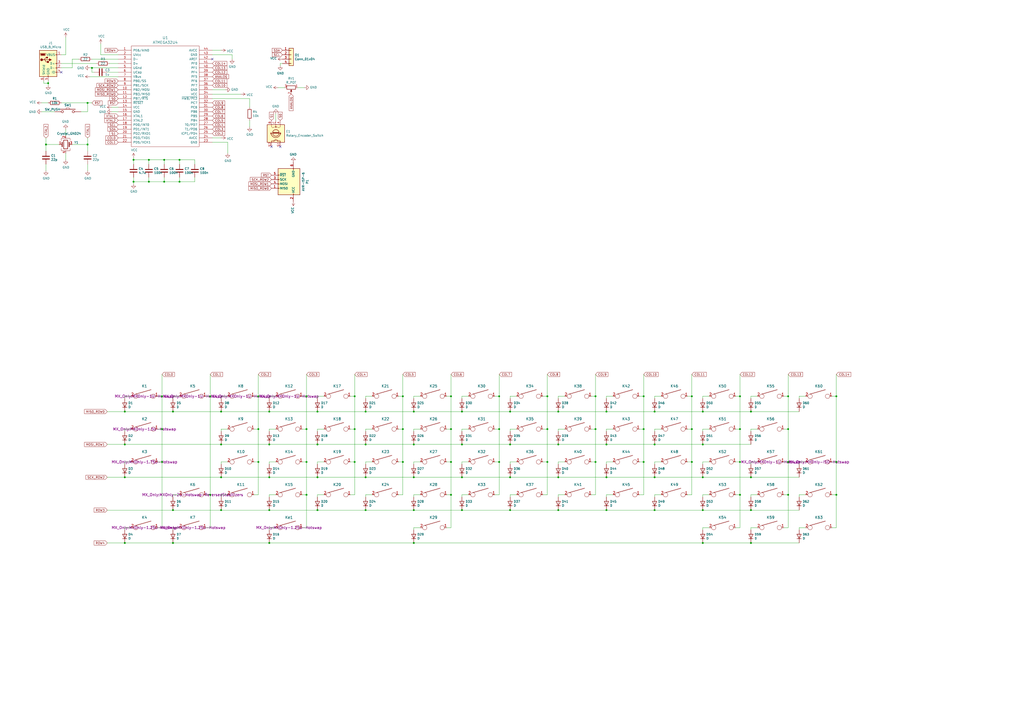
<source format=kicad_sch>
(kicad_sch (version 20211123) (generator eeschema)
  (paper "A2")
  (lib_symbols
    (symbol "Connector_Generic:Conn_01x04" (pin_names (offset 1.016) hide)
      (property "Reference" "J" (at 0 5.08 0))
      (property "Value" "Conn_01x04" (at 0 -7.62 0))
      (symbol "Conn_01x04_1_1"
        (pin passive line (at -5.08 2.54 0) (length 3.81) (name "Pin_1") (number "1"))
        (pin passive line (at -5.08 0 0) (length 3.81) (name "Pin_2") (number "2"))
        (pin passive line (at -5.08 -2.54 0) (length 3.81) (name "Pin_3") (number "3"))
        (pin passive line (at -5.08 -5.08 0) (length 3.81) (name "Pin_4") (number "4"))
      )
    )
    (symbol "Device:C" (pin_numbers hide) (pin_names (offset 0.254))
      (property "Reference" "C" (at 0.635 2.54 0))
      (property "Value" "C" (at 0.635 -2.54 0))
      (symbol "C_1_1"
        (pin passive line (at 0 3.81 270) (length 2.794) (name "~") (number "1"))
        (pin passive line (at 0 -3.81 90) (length 2.794) (name "~") (number "2"))
      )
    )
    (symbol "Device:Crystal_GND24" (pin_names (offset 1.016) hide)
      (property "Reference" "Y" (at 3.175 5.08 0))
      (property "Value" "Crystal_GND24" (at 3.175 3.175 0))
      (symbol "Crystal_GND24_1_1"
        (pin passive line (at -3.81 0 0) (length 1.27) (name "1") (number "1"))
        (pin passive line (at 0 5.08 270) (length 1.27) (name "2") (number "2"))
        (pin passive line (at 3.81 0 180) (length 1.27) (name "3") (number "3"))
        (pin passive line (at 0 -5.08 90) (length 1.27) (name "4") (number "4"))
      )
    )
    (symbol "Device:D" (pin_numbers hide) (pin_names (offset 1.016) hide)
      (property "Reference" "D" (at 0 2.54 0))
      (property "Value" "D" (at 0 -2.54 0))
      (symbol "D_1_1"
        (pin passive line (at -3.81 0 0) (length 2.54) (name "K") (number "1"))
        (pin passive line (at 3.81 0 180) (length 2.54) (name "A") (number "2"))
      )
    )
    (symbol "Device:R" (pin_numbers hide) (pin_names (offset 0))
      (property "Reference" "R" (at 2.032 0 90))
      (property "Value" "R" (at 0 0 90))
      (symbol "R_1_1"
        (pin passive line (at 0 3.81 270) (length 1.27) (name "~") (number "1"))
        (pin passive line (at 0 -3.81 90) (length 1.27) (name "~") (number "2"))
      )
    )
    (symbol "pheromone-rescue:ATMEGA32U4-keyboard_parts" (pin_names (offset 1.016))
      (property "Reference" "U" (at 0 -31.75 0))
      (property "Value" "ATMEGA32U4-keyboard_parts" (at 0 31.75 0))
      (symbol "ATMEGA32U4-keyboard_parts_1_1"
        (pin bidirectional line (at -26.67 26.67 0) (length 7.62) (name "PE6/AIN0") (number "1"))
        (pin bidirectional line (at -26.67 3.81 0) (length 7.62) (name "PB2/MOSI") (number "10"))
        (pin bidirectional line (at -26.67 1.27 0) (length 7.62) (name "PB3/MISO") (number "11"))
        (pin bidirectional line (at -26.67 -1.27 0) (length 7.62) (name "PB7/~{RTS}") (number "12"))
        (pin input line (at -26.67 -3.81 0) (length 7.62) (name "~{RESET}") (number "13"))
        (pin power_in line (at -26.67 -6.35 0) (length 7.62) (name "VCC") (number "14"))
        (pin power_in line (at -26.67 -8.89 0) (length 7.62) (name "GND") (number "15"))
        (pin input line (at -26.67 -11.43 0) (length 7.62) (name "XTAL1") (number "16"))
        (pin output line (at -26.67 -13.97 0) (length 7.62) (name "XTAL2") (number "17"))
        (pin bidirectional line (at -26.67 -16.51 0) (length 7.62) (name "PD0/INT0") (number "18"))
        (pin bidirectional line (at -26.67 -19.05 0) (length 7.62) (name "PD1/INT1") (number "19"))
        (pin power_in line (at -26.67 24.13 0) (length 7.62) (name "UVcc") (number "2"))
        (pin bidirectional line (at -26.67 -21.59 0) (length 7.62) (name "PD2/RXD1") (number "20"))
        (pin bidirectional line (at -26.67 -24.13 0) (length 7.62) (name "PD3/TXD1") (number "21"))
        (pin bidirectional line (at -26.67 -26.67 0) (length 7.62) (name "PD5/XCK1") (number "22"))
        (pin power_in line (at 27.94 -26.67 180) (length 7.62) (name "GND") (number "23"))
        (pin power_in line (at 27.94 -24.13 180) (length 7.62) (name "AVCC") (number "24"))
        (pin bidirectional line (at 27.94 -21.59 180) (length 7.62) (name "ICP1/PD4") (number "25"))
        (pin bidirectional line (at 27.94 -19.05 180) (length 7.62) (name "T1/PD6") (number "26"))
        (pin bidirectional line (at 27.94 -16.51 180) (length 7.62) (name "T0/PD7") (number "27"))
        (pin bidirectional line (at 27.94 -13.97 180) (length 7.62) (name "PB4") (number "28"))
        (pin bidirectional line (at 27.94 -11.43 180) (length 7.62) (name "PB5") (number "29"))
        (pin bidirectional line (at -26.67 21.59 0) (length 7.62) (name "D-") (number "3"))
        (pin bidirectional line (at 27.94 -8.89 180) (length 7.62) (name "PB6") (number "30"))
        (pin bidirectional line (at 27.94 -6.35 180) (length 7.62) (name "PC6") (number "31"))
        (pin bidirectional line (at 27.94 -3.81 180) (length 7.62) (name "PC7") (number "32"))
        (pin bidirectional line (at 27.94 -1.27 180) (length 7.62) (name "~{HWB/PE2}") (number "33"))
        (pin power_in line (at 27.94 1.27 180) (length 7.62) (name "VCC") (number "34"))
        (pin power_in line (at 27.94 3.81 180) (length 7.62) (name "GND") (number "35"))
        (pin bidirectional line (at 27.94 6.35 180) (length 7.62) (name "PF7") (number "36"))
        (pin bidirectional line (at 27.94 8.89 180) (length 7.62) (name "PF6") (number "37"))
        (pin bidirectional line (at 27.94 11.43 180) (length 7.62) (name "PF5") (number "38"))
        (pin bidirectional line (at 27.94 13.97 180) (length 7.62) (name "PF4") (number "39"))
        (pin bidirectional line (at -26.67 19.05 0) (length 7.62) (name "D+") (number "4"))
        (pin bidirectional line (at 27.94 16.51 180) (length 7.62) (name "PF1") (number "40"))
        (pin bidirectional line (at 27.94 19.05 180) (length 7.62) (name "PF0") (number "41"))
        (pin input line (at 27.94 21.59 180) (length 7.62) (name "AREF") (number "42"))
        (pin power_in line (at 27.94 24.13 180) (length 7.62) (name "GND") (number "43"))
        (pin power_in line (at 27.94 26.67 180) (length 7.62) (name "AVCC") (number "44"))
        (pin power_in line (at -26.67 16.51 0) (length 7.62) (name "UGnd") (number "5"))
        (pin input line (at -26.67 13.97 0) (length 7.62) (name "UCap") (number "6"))
        (pin input line (at -26.67 11.43 0) (length 7.62) (name "VBus") (number "7"))
        (pin bidirectional line (at -26.67 8.89 0) (length 7.62) (name "PB0/SS") (number "8"))
        (pin bidirectional line (at -26.67 6.35 0) (length 7.62) (name "PB1/SCK") (number "9"))
      )
    )
    (symbol "pheromone-rescue:AVR-ISP-6-Connector" (pin_names (offset 1.016))
      (property "Reference" "J" (at 0 10.16 0))
      (property "Value" "AVR-ISP-6-Connector" (at 0 -7.62 0))
      (symbol "AVR-ISP-6-Connector_1_1"
        (pin passive line (at 10.16 5.08 180) (length 3.81) (name "MISO") (number "1"))
        (pin power_in line (at -2.54 12.7 270) (length 3.81) (name "VCC") (number "2"))
        (pin passive line (at 10.16 0 180) (length 3.81) (name "SCK") (number "3"))
        (pin passive line (at 10.16 2.54 180) (length 3.81) (name "MOSI") (number "4"))
        (pin passive line (at 10.16 -2.54 180) (length 3.81) (name "~{RST}") (number "5"))
        (pin power_in line (at -2.54 -10.16 90) (length 3.81) (name "GND") (number "6"))
      )
    )
    (symbol "pheromone-rescue:KEYSW-keyboard_parts" (pin_names (offset 1.016))
      (property "Reference" "K?" (at -1.27 0 0))
      (symbol "KEYSW-keyboard_parts_1_1"
        (pin passive line (at 7.62 0 180) (length 1.27) (name "~") (number "1"))
        (pin passive line (at -7.62 0 0) (length 1.27) (name "~") (number "2"))
      )
    )
    (symbol "pheromone-rescue:R_POT-Device" (pin_names (offset 1.016) hide)
      (property "Reference" "RV" (at -4.445 0 90))
      (property "Value" "R_POT-Device" (at -2.54 0 90))
      (symbol "R_POT-Device_1_1"
        (pin passive line (at 0 3.81 270) (length 1.27) (name "1") (number "1"))
        (pin passive line (at 3.81 0 180) (length 1.27) (name "2") (number "2"))
        (pin passive line (at 0 -3.81 90) (length 1.27) (name "3") (number "3"))
      )
    )
    (symbol "pheromone-rescue:Rotary_Encoder_Switch-Device" (pin_names (offset 0.254) hide)
      (property "Reference" "SW" (at 0 6.604 0))
      (property "Value" "Rotary_Encoder_Switch-Device" (at 0 -6.604 0))
      (symbol "Rotary_Encoder_Switch-Device_1_1"
        (pin passive line (at -7.62 2.54 0) (length 2.54) (name "A") (number "A"))
        (pin passive line (at -7.62 -2.54 0) (length 2.54) (name "B") (number "B"))
        (pin passive line (at -7.62 0 0) (length 2.54) (name "C") (number "C"))
        (pin passive line (at 7.62 2.54 180) (length 2.54) (name "S1") (number "S1"))
        (pin passive line (at 7.62 -2.54 180) (length 2.54) (name "S2") (number "S2"))
      )
    )
    (symbol "pheromone-rescue:SW_PUSH-keyboard_parts" (pin_numbers hide) (pin_names (offset 1.016) hide)
      (property "Reference" "SW" (at 3.81 2.794 0))
      (property "Value" "SW_PUSH-keyboard_parts" (at 0 -2.032 0))
      (symbol "SW_PUSH-keyboard_parts_0_1"
        (pin passive inverted (at -7.62 0 0) (length 5.08) (name "1") (number "1"))
        (pin passive inverted (at 7.62 0 180) (length 5.08) (name "2") (number "2"))
      )
    )
    (symbol "pheromone-rescue:USB_B_Micro-Connector" (pin_names (offset 1.016))
      (property "Reference" "J" (at -5.08 11.43 0))
      (property "Value" "USB_B_Micro-Connector" (at -5.08 8.89 0))
      (symbol "USB_B_Micro-Connector_1_1"
        (pin power_out line (at 7.62 5.08 180) (length 2.54) (name "VBUS") (number "1"))
        (pin passive line (at 7.62 -2.54 180) (length 2.54) (name "D-") (number "2"))
        (pin passive line (at 7.62 0 180) (length 2.54) (name "D+") (number "3"))
        (pin passive line (at 7.62 -5.08 180) (length 2.54) (name "ID") (number "4"))
        (pin power_out line (at 0 -10.16 90) (length 2.54) (name "GND") (number "5"))
        (pin passive line (at -2.54 -10.16 90) (length 2.54) (name "Shield") (number "6"))
      )
    )
    (symbol "power:GND" (power) (pin_names (offset 0))
      (property "Value" "GND" (at 0 -3.81 0))
      (symbol "GND_1_1"
        (pin power_in line (at 0 0 270) (length 0) hide (name "GND") (number "1"))
      )
    )
    (symbol "power:VCC" (power) (pin_names (offset 0))
      (property "Value" "VCC" (at 0 3.81 0))
      (symbol "VCC_1_1"
        (pin power_in line (at 0 0 90) (length 0) hide (name "VCC") (number "1"))
      )
    )
  )
  (junction (at 379.73 238.76))
  (junction (at 429.26 267.97))
  (junction (at 267.97 276.86))
  (junction (at 77.47 105.41))
  (junction (at 156.21 295.91))
  (junction (at 149.86 248.92))
  (junction (at 72.39 314.96))
  (junction (at 323.85 276.86))
  (junction (at 435.61 238.76))
  (junction (at 295.91 276.86))
  (junction (at 267.97 295.91))
  (junction (at 267.97 257.81))
  (junction (at 95.25 105.41))
  (junction (at 184.15 257.81))
  (junction (at 429.26 229.87))
  (junction (at 72.39 238.76))
  (junction (at 485.14 287.02))
  (junction (at 407.67 276.86))
  (junction (at 401.32 229.87))
  (junction (at 100.33 295.91))
  (junction (at 261.62 287.02))
  (junction (at 53.34 39.37))
  (junction (at 261.62 229.87))
  (junction (at 457.2 248.92))
  (junction (at 121.92 287.02))
  (junction (at 351.79 238.76))
  (junction (at 104.14 105.41))
  (junction (at 323.85 257.81))
  (junction (at 205.74 267.97))
  (junction (at 212.09 295.91))
  (junction (at 95.25 92.71))
  (junction (at 457.2 267.97))
  (junction (at 26.67 83.82))
  (junction (at 407.67 257.81))
  (junction (at 407.67 238.76))
  (junction (at 295.91 295.91))
  (junction (at 212.09 238.76))
  (junction (at 50.8 59.69))
  (junction (at 93.98 248.92))
  (junction (at 295.91 238.76))
  (junction (at 72.39 276.86))
  (junction (at 205.74 248.92))
  (junction (at 457.2 229.87))
  (junction (at 289.56 267.97))
  (junction (at 485.14 229.87))
  (junction (at 177.8 229.87))
  (junction (at 379.73 257.81))
  (junction (at 407.67 314.96))
  (junction (at 373.38 229.87))
  (junction (at 317.5 267.97))
  (junction (at 77.47 92.71))
  (junction (at 267.97 238.76))
  (junction (at 184.15 295.91))
  (junction (at 401.32 248.92))
  (junction (at 93.98 229.87))
  (junction (at 345.44 248.92))
  (junction (at 435.61 295.91))
  (junction (at 212.09 276.86))
  (junction (at 261.62 267.97))
  (junction (at 373.38 267.97))
  (junction (at 156.21 276.86))
  (junction (at 177.8 267.97))
  (junction (at 435.61 314.96))
  (junction (at 104.14 92.71))
  (junction (at 233.68 248.92))
  (junction (at 128.27 276.86))
  (junction (at 156.21 314.96))
  (junction (at 128.27 257.81))
  (junction (at 156.21 257.81))
  (junction (at 317.5 229.87))
  (junction (at 485.14 267.97))
  (junction (at 373.38 248.92))
  (junction (at 149.86 229.87))
  (junction (at 289.56 248.92))
  (junction (at 86.36 105.41))
  (junction (at 351.79 276.86))
  (junction (at 86.36 92.71))
  (junction (at 289.56 229.87))
  (junction (at 205.74 229.87))
  (junction (at 233.68 229.87))
  (junction (at 295.91 257.81))
  (junction (at 429.26 287.02))
  (junction (at 457.2 287.02))
  (junction (at 317.5 248.92))
  (junction (at 50.8 83.82))
  (junction (at 233.68 267.97))
  (junction (at 240.03 314.96))
  (junction (at 184.15 276.86))
  (junction (at 177.8 248.92))
  (junction (at 100.33 314.96))
  (junction (at 379.73 276.86))
  (junction (at 407.67 295.91))
  (junction (at 323.85 238.76))
  (junction (at 177.8 287.02))
  (junction (at 149.86 267.97))
  (junction (at 345.44 267.97))
  (junction (at 240.03 276.86))
  (junction (at 351.79 295.91))
  (junction (at 345.44 229.87))
  (junction (at 212.09 257.81))
  (junction (at 121.92 229.87))
  (junction (at 240.03 238.76))
  (junction (at 351.79 257.81))
  (junction (at 240.03 295.91))
  (junction (at 100.33 238.76))
  (junction (at 435.61 276.86))
  (junction (at 128.27 295.91))
  (junction (at 184.15 238.76))
  (junction (at 93.98 267.97))
  (junction (at 429.26 248.92))
  (junction (at 72.39 257.81))
  (junction (at 379.73 295.91))
  (junction (at 27.94 48.26))
  (junction (at 261.62 248.92))
  (junction (at 401.32 267.97))
  (junction (at 128.27 238.76))
  (junction (at 240.03 257.81))
  (junction (at 156.21 238.76))
  (junction (at 323.85 295.91))
  (no_connect (at 157.48 85.09))
  (no_connect (at 162.56 85.09))
  (no_connect (at 35.56 41.91))
  (no_connect (at 123.19 34.29))
  (wire (pts (xy 373.38 229.87) (xy 373.38 217.17)))
  (wire (pts (xy 323.85 257.81) (xy 295.91 257.81)))
  (wire (pts (xy 267.97 267.97) (xy 271.78 267.97)))
  (wire (pts (xy 38.1 21.59) (xy 38.1 31.75)))
  (wire (pts (xy 379.73 229.87) (xy 379.73 231.14)))
  (wire (pts (xy 165.1 50.8) (xy 161.29 50.8)))
  (wire (pts (xy 429.26 306.07) (xy 429.26 287.02)))
  (wire (pts (xy 429.26 248.92) (xy 429.26 229.87)))
  (wire (pts (xy 240.03 257.81) (xy 212.09 257.81)))
  (wire (pts (xy 41.91 34.29) (xy 41.91 39.37)))
  (wire (pts (xy 68.58 39.37) (xy 53.34 39.37)))
  (wire (pts (xy 323.85 276.86) (xy 295.91 276.86)))
  (wire (pts (xy 429.26 267.97) (xy 429.26 248.92)))
  (wire (pts (xy 323.85 295.91) (xy 295.91 295.91)))
  (wire (pts (xy 351.79 248.92) (xy 351.79 250.19)))
  (wire (pts (xy 401.32 287.02) (xy 401.32 267.97)))
  (wire (pts (xy 426.72 248.92) (xy 429.26 248.92)))
  (wire (pts (xy 212.09 257.81) (xy 184.15 257.81)))
  (wire (pts (xy 26.67 83.82) (xy 34.29 83.82)))
  (wire (pts (xy 454.66 248.92) (xy 457.2 248.92)))
  (wire (pts (xy 54.61 41.91) (xy 53.34 41.91)))
  (wire (pts (xy 64.77 64.77) (xy 68.58 64.77)))
  (wire (pts (xy 77.47 92.71) (xy 77.47 95.25)))
  (wire (pts (xy 38.1 31.75) (xy 35.56 31.75)))
  (wire (pts (xy 184.15 287.02) (xy 184.15 288.29)))
  (wire (pts (xy 205.74 267.97) (xy 205.74 248.92)))
  (wire (pts (xy 205.74 287.02) (xy 205.74 267.97)))
  (wire (pts (xy 463.55 229.87) (xy 467.36 229.87)))
  (wire (pts (xy 203.2 267.97) (xy 205.74 267.97)))
  (wire (pts (xy 295.91 295.91) (xy 267.97 295.91)))
  (wire (pts (xy 457.2 287.02) (xy 457.2 267.97)))
  (wire (pts (xy 373.38 267.97) (xy 373.38 248.92)))
  (wire (pts (xy 463.55 267.97) (xy 463.55 269.24)))
  (wire (pts (xy 267.97 287.02) (xy 267.97 288.29)))
  (wire (pts (xy 373.38 248.92) (xy 373.38 229.87)))
  (wire (pts (xy 342.9 248.92) (xy 345.44 248.92)))
  (wire (pts (xy 370.84 287.02) (xy 373.38 287.02)))
  (wire (pts (xy 128.27 287.02) (xy 128.27 288.29)))
  (wire (pts (xy 314.96 267.97) (xy 317.5 267.97)))
  (wire (pts (xy 261.62 229.87) (xy 261.62 217.17)))
  (wire (pts (xy 175.26 267.97) (xy 177.8 267.97)))
  (wire (pts (xy 379.73 295.91) (xy 351.79 295.91)))
  (wire (pts (xy 128.27 257.81) (xy 72.39 257.81)))
  (wire (pts (xy 27.94 59.69) (xy 24.13 59.69)))
  (wire (pts (xy 295.91 257.81) (xy 267.97 257.81)))
  (wire (pts (xy 156.21 267.97) (xy 156.21 269.24)))
  (wire (pts (xy 68.58 41.91) (xy 62.23 41.91)))
  (wire (pts (xy 72.39 229.87) (xy 72.39 231.14)))
  (wire (pts (xy 95.25 102.87) (xy 95.25 105.41)))
  (wire (pts (xy 398.78 267.97) (xy 401.32 267.97)))
  (wire (pts (xy 128.27 267.97) (xy 128.27 269.24)))
  (wire (pts (xy 212.09 248.92) (xy 212.09 250.19)))
  (wire (pts (xy 398.78 229.87) (xy 401.32 229.87)))
  (wire (pts (xy 45.72 34.29) (xy 41.91 34.29)))
  (wire (pts (xy 407.67 306.07) (xy 411.48 306.07)))
  (wire (pts (xy 100.33 287.02) (xy 104.14 287.02)))
  (wire (pts (xy 91.44 306.07) (xy 93.98 306.07)))
  (wire (pts (xy 233.68 229.87) (xy 233.68 217.17)))
  (wire (pts (xy 184.15 276.86) (xy 156.21 276.86)))
  (wire (pts (xy 287.02 287.02) (xy 289.56 287.02)))
  (wire (pts (xy 212.09 295.91) (xy 184.15 295.91)))
  (wire (pts (xy 212.09 276.86) (xy 184.15 276.86)))
  (wire (pts (xy 86.36 92.71) (xy 95.25 92.71)))
  (wire (pts (xy 184.15 287.02) (xy 187.96 287.02)))
  (wire (pts (xy 457.2 248.92) (xy 457.2 229.87)))
  (wire (pts (xy 212.09 229.87) (xy 212.09 231.14)))
  (wire (pts (xy 231.14 267.97) (xy 233.68 267.97)))
  (wire (pts (xy 317.5 287.02) (xy 317.5 267.97)))
  (wire (pts (xy 205.74 248.92) (xy 205.74 229.87)))
  (wire (pts (xy 429.26 287.02) (xy 429.26 267.97)))
  (wire (pts (xy 435.61 229.87) (xy 435.61 231.14)))
  (wire (pts (xy 128.27 80.01) (xy 123.19 80.01)))
  (wire (pts (xy 407.67 267.97) (xy 407.67 269.24)))
  (wire (pts (xy 149.86 248.92) (xy 149.86 229.87)))
  (wire (pts (xy 100.33 229.87) (xy 100.33 231.14)))
  (wire (pts (xy 72.39 248.92) (xy 72.39 250.19)))
  (wire (pts (xy 91.44 248.92) (xy 93.98 248.92)))
  (wire (pts (xy 132.08 82.55) (xy 132.08 88.9)))
  (wire (pts (xy 156.21 248.92) (xy 160.02 248.92)))
  (wire (pts (xy 177.8 287.02) (xy 177.8 267.97)))
  (wire (pts (xy 72.39 238.76) (xy 62.23 238.76)))
  (wire (pts (xy 177.8 267.97) (xy 177.8 248.92)))
  (wire (pts (xy 147.32 248.92) (xy 149.86 248.92)))
  (wire (pts (xy 113.03 92.71) (xy 113.03 95.25)))
  (wire (pts (xy 93.98 229.87) (xy 93.98 217.17)))
  (wire (pts (xy 407.67 287.02) (xy 407.67 288.29)))
  (wire (pts (xy 212.09 248.92) (xy 215.9 248.92)))
  (wire (pts (xy 27.94 48.26) (xy 27.94 49.53)))
  (wire (pts (xy 323.85 267.97) (xy 327.66 267.97)))
  (wire (pts (xy 233.68 248.92) (xy 233.68 229.87)))
  (wire (pts (xy 184.15 238.76) (xy 156.21 238.76)))
  (wire (pts (xy 175.26 287.02) (xy 177.8 287.02)))
  (wire (pts (xy 379.73 229.87) (xy 383.54 229.87)))
  (wire (pts (xy 261.62 248.92) (xy 261.62 229.87)))
  (wire (pts (xy 295.91 229.87) (xy 299.72 229.87)))
  (wire (pts (xy 351.79 229.87) (xy 351.79 231.14)))
  (wire (pts (xy 289.56 287.02) (xy 289.56 267.97)))
  (wire (pts (xy 373.38 287.02) (xy 373.38 267.97)))
  (wire (pts (xy 95.25 92.71) (xy 104.14 92.71)))
  (wire (pts (xy 35.56 59.69) (xy 50.8 59.69)))
  (wire (pts (xy 72.39 267.97) (xy 76.2 267.97)))
  (wire (pts (xy 261.62 287.02) (xy 261.62 267.97)))
  (wire (pts (xy 130.81 52.07) (xy 123.19 52.07)))
  (wire (pts (xy 240.03 248.92) (xy 243.84 248.92)))
  (wire (pts (xy 317.5 229.87) (xy 317.5 217.17)))
  (wire (pts (xy 128.27 248.92) (xy 128.27 250.19)))
  (wire (pts (xy 203.2 248.92) (xy 205.74 248.92)))
  (wire (pts (xy 485.14 229.87) (xy 485.14 217.17)))
  (wire (pts (xy 407.67 257.81) (xy 379.73 257.81)))
  (wire (pts (xy 342.9 287.02) (xy 345.44 287.02)))
  (wire (pts (xy 231.14 287.02) (xy 233.68 287.02)))
  (wire (pts (xy 295.91 238.76) (xy 267.97 238.76)))
  (wire (pts (xy 401.32 248.92) (xy 401.32 229.87)))
  (wire (pts (xy 351.79 267.97) (xy 355.6 267.97)))
  (wire (pts (xy 323.85 248.92) (xy 323.85 250.19)))
  (wire (pts (xy 156.21 229.87) (xy 160.02 229.87)))
  (wire (pts (xy 63.5 36.83) (xy 68.58 36.83)))
  (wire (pts (xy 123.19 57.15) (xy 144.78 57.15)))
  (wire (pts (xy 401.32 267.97) (xy 401.32 248.92)))
  (wire (pts (xy 147.32 267.97) (xy 149.86 267.97)))
  (wire (pts (xy 435.61 306.07) (xy 435.61 307.34)))
  (wire (pts (xy 323.85 267.97) (xy 323.85 269.24)))
  (wire (pts (xy 113.03 105.41) (xy 113.03 102.87)))
  (wire (pts (xy 147.32 287.02) (xy 149.86 287.02)))
  (wire (pts (xy 289.56 229.87) (xy 289.56 217.17)))
  (wire (pts (xy 435.61 287.02) (xy 435.61 288.29)))
  (wire (pts (xy 93.98 306.07) (xy 93.98 267.97)))
  (wire (pts (xy 119.38 229.87) (xy 121.92 229.87)))
  (wire (pts (xy 121.92 306.07) (xy 121.92 287.02)))
  (wire (pts (xy 119.38 287.02) (xy 121.92 287.02)))
  (wire (pts (xy 295.91 267.97) (xy 299.72 267.97)))
  (wire (pts (xy 259.08 287.02) (xy 261.62 287.02)))
  (wire (pts (xy 177.8 306.07) (xy 177.8 287.02)))
  (wire (pts (xy 314.96 248.92) (xy 317.5 248.92)))
  (wire (pts (xy 156.21 287.02) (xy 160.02 287.02)))
  (wire (pts (xy 149.86 287.02) (xy 149.86 267.97)))
  (wire (pts (xy 240.03 248.92) (xy 240.03 250.19)))
  (wire (pts (xy 72.39 267.97) (xy 72.39 269.24)))
  (wire (pts (xy 457.2 229.87) (xy 457.2 217.17)))
  (wire (pts (xy 212.09 287.02) (xy 212.09 288.29)))
  (wire (pts (xy 58.42 31.75) (xy 68.58 31.75)))
  (wire (pts (xy 370.84 229.87) (xy 373.38 229.87)))
  (wire (pts (xy 231.14 229.87) (xy 233.68 229.87)))
  (wire (pts (xy 50.8 64.77) (xy 50.8 59.69)))
  (wire (pts (xy 203.2 229.87) (xy 205.74 229.87)))
  (wire (pts (xy 482.6 267.97) (xy 485.14 267.97)))
  (wire (pts (xy 72.39 276.86) (xy 62.23 276.86)))
  (wire (pts (xy 156.21 267.97) (xy 160.02 267.97)))
  (wire (pts (xy 240.03 267.97) (xy 243.84 267.97)))
  (wire (pts (xy 323.85 287.02) (xy 323.85 288.29)))
  (wire (pts (xy 351.79 229.87) (xy 355.6 229.87)))
  (wire (pts (xy 100.33 287.02) (xy 100.33 288.29)))
  (wire (pts (xy 351.79 267.97) (xy 351.79 269.24)))
  (wire (pts (xy 267.97 248.92) (xy 271.78 248.92)))
  (wire (pts (xy 212.09 267.97) (xy 215.9 267.97)))
  (wire (pts (xy 156.21 306.07) (xy 160.02 306.07)))
  (wire (pts (xy 95.25 95.25) (xy 95.25 92.71)))
  (wire (pts (xy 240.03 306.07) (xy 243.84 306.07)))
  (wire (pts (xy 345.44 248.92) (xy 345.44 229.87)))
  (wire (pts (xy 463.55 287.02) (xy 467.36 287.02)))
  (wire (pts (xy 177.8 229.87) (xy 177.8 217.17)))
  (wire (pts (xy 128.27 295.91) (xy 100.33 295.91)))
  (wire (pts (xy 128.27 229.87) (xy 132.08 229.87)))
  (wire (pts (xy 72.39 306.07) (xy 72.39 307.34)))
  (wire (pts (xy 212.09 267.97) (xy 212.09 269.24)))
  (wire (pts (xy 267.97 238.76) (xy 240.03 238.76)))
  (wire (pts (xy 25.4 46.99) (xy 25.4 48.26)))
  (wire (pts (xy 128.27 238.76) (xy 100.33 238.76)))
  (wire (pts (xy 351.79 295.91) (xy 323.85 295.91)))
  (wire (pts (xy 128.27 276.86) (xy 72.39 276.86)))
  (wire (pts (xy 72.39 248.92) (xy 76.2 248.92)))
  (wire (pts (xy 156.21 314.96) (xy 100.33 314.96)))
  (wire (pts (xy 426.72 267.97) (xy 429.26 267.97)))
  (wire (pts (xy 184.15 257.81) (xy 156.21 257.81)))
  (wire (pts (xy 295.91 248.92) (xy 299.72 248.92)))
  (wire (pts (xy 289.56 248.92) (xy 289.56 229.87)))
  (wire (pts (xy 435.61 248.92) (xy 435.61 250.19)))
  (wire (pts (xy 295.91 287.02) (xy 299.72 287.02)))
  (wire (pts (xy 398.78 287.02) (xy 401.32 287.02)))
  (wire (pts (xy 407.67 267.97) (xy 411.48 267.97)))
  (wire (pts (xy 342.9 267.97) (xy 345.44 267.97)))
  (wire (pts (xy 121.92 229.87) (xy 121.92 217.17)))
  (wire (pts (xy 240.03 287.02) (xy 243.84 287.02)))
  (wire (pts (xy 162.56 36.83) (xy 162.56 38.1)))
  (wire (pts (xy 86.36 105.41) (xy 95.25 105.41)))
  (wire (pts (xy 407.67 287.02) (xy 411.48 287.02)))
  (wire (pts (xy 379.73 257.81) (xy 351.79 257.81)))
  (wire (pts (xy 104.14 105.41) (xy 113.03 105.41)))
  (wire (pts (xy 398.78 248.92) (xy 401.32 248.92)))
  (wire (pts (xy 119.38 306.07) (xy 121.92 306.07)))
  (wire (pts (xy 149.86 267.97) (xy 149.86 248.92)))
  (wire (pts (xy 26.67 95.25) (xy 26.67 99.06)))
  (wire (pts (xy 261.62 267.97) (xy 261.62 248.92)))
  (wire (pts (xy 407.67 306.07) (xy 407.67 307.34)))
  (wire (pts (xy 342.9 229.87) (xy 345.44 229.87)))
  (wire (pts (xy 95.25 105.41) (xy 104.14 105.41)))
  (wire (pts (xy 184.15 267.97) (xy 184.15 269.24)))
  (wire (pts (xy 485.14 287.02) (xy 485.14 267.97)))
  (wire (pts (xy 379.73 248.92) (xy 379.73 250.19)))
  (wire (pts (xy 323.85 229.87) (xy 323.85 231.14)))
  (wire (pts (xy 77.47 102.87) (xy 77.47 105.41)))
  (wire (pts (xy 240.03 229.87) (xy 243.84 229.87)))
  (wire (pts (xy 435.61 257.81) (xy 407.67 257.81)))
  (wire (pts (xy 128.27 267.97) (xy 132.08 267.97)))
  (wire (pts (xy 323.85 229.87) (xy 327.66 229.87)))
  (wire (pts (xy 295.91 267.97) (xy 295.91 269.24)))
  (wire (pts (xy 267.97 267.97) (xy 267.97 269.24)))
  (wire (pts (xy 163.83 36.83) (xy 162.56 36.83)))
  (wire (pts (xy 50.8 83.82) (xy 50.8 80.01)))
  (wire (pts (xy 267.97 248.92) (xy 267.97 250.19)))
  (wire (pts (xy 26.67 87.63) (xy 26.67 83.82)))
  (wire (pts (xy 72.39 314.96) (xy 62.23 314.96)))
  (wire (pts (xy 53.34 59.69) (xy 50.8 59.69)))
  (wire (pts (xy 25.4 48.26) (xy 27.94 48.26)))
  (wire (pts (xy 123.19 31.75) (xy 134.62 31.75)))
  (wire (pts (xy 240.03 229.87) (xy 240.03 231.14)))
  (wire (pts (xy 52.07 44.45) (xy 68.58 44.45)))
  (wire (pts (xy 68.58 62.23) (xy 64.77 62.23)))
  (wire (pts (xy 317.5 267.97) (xy 317.5 248.92)))
  (wire (pts (xy 50.8 87.63) (xy 50.8 83.82)))
  (wire (pts (xy 156.21 248.92) (xy 156.21 250.19)))
  (wire (pts (xy 27.94 46.99) (xy 27.94 48.26)))
  (wire (pts (xy 139.7 54.61) (xy 123.19 54.61)))
  (wire (pts (xy 134.62 34.29) (xy 134.62 31.75)))
  (wire (pts (xy 205.74 229.87) (xy 205.74 217.17)))
  (wire (pts (xy 482.6 287.02) (xy 485.14 287.02)))
  (wire (pts (xy 482.6 229.87) (xy 485.14 229.87)))
  (wire (pts (xy 485.14 267.97) (xy 485.14 229.87)))
  (wire (pts (xy 267.97 229.87) (xy 267.97 231.14)))
  (wire (pts (xy 240.03 295.91) (xy 212.09 295.91)))
  (wire (pts (xy 463.55 267.97) (xy 467.36 267.97)))
  (wire (pts (xy 240.03 267.97) (xy 240.03 269.24)))
  (wire (pts (xy 345.44 229.87) (xy 345.44 217.17)))
  (wire (pts (xy 287.02 229.87) (xy 289.56 229.87)))
  (wire (pts (xy 351.79 257.81) (xy 323.85 257.81)))
  (wire (pts (xy 93.98 267.97) (xy 93.98 248.92)))
  (wire (pts (xy 407.67 295.91) (xy 379.73 295.91)))
  (wire (pts (xy 175.26 248.92) (xy 177.8 248.92)))
  (wire (pts (xy 314.96 229.87) (xy 317.5 229.87)))
  (wire (pts (xy 345.44 267.97) (xy 345.44 248.92)))
  (wire (pts (xy 121.92 287.02) (xy 121.92 229.87)))
  (wire (pts (xy 435.61 306.07) (xy 439.42 306.07)))
  (wire (pts (xy 86.36 95.25) (xy 86.36 92.71)))
  (wire (pts (xy 24.13 64.77) (xy 31.75 64.77)))
  (wire (pts (xy 38.1 74.93) (xy 38.1 78.74)))
  (wire (pts (xy 463.55 287.02) (xy 463.55 288.29)))
  (wire (pts (xy 175.26 229.87) (xy 177.8 229.87)))
  (wire (pts (xy 156.21 257.81) (xy 128.27 257.81)))
  (wire (pts (xy 156.21 295.91) (xy 128.27 295.91)))
  (wire (pts (xy 77.47 105.41) (xy 86.36 105.41)))
  (wire (pts (xy 184.15 229.87) (xy 184.15 231.14)))
  (wire (pts (xy 267.97 276.86) (xy 240.03 276.86)))
  (wire (pts (xy 100.33 238.76) (xy 72.39 238.76)))
  (wire (pts (xy 128.27 248.92) (xy 132.08 248.92)))
  (wire (pts (xy 267.97 295.91) (xy 240.03 295.91)))
  (wire (pts (xy 128.27 287.02) (xy 132.08 287.02)))
  (wire (pts (xy 144.78 57.15) (xy 144.78 62.23)))
  (wire (pts (xy 379.73 276.86) (xy 351.79 276.86)))
  (wire (pts (xy 104.14 92.71) (xy 113.03 92.71)))
  (wire (pts (xy 426.72 287.02) (xy 429.26 287.02)))
  (wire (pts (xy 212.09 238.76) (xy 184.15 238.76)))
  (wire (pts (xy 407.67 238.76) (xy 379.73 238.76)))
  (wire (pts (xy 435.61 238.76) (xy 407.67 238.76)))
  (wire (pts (xy 177.8 248.92) (xy 177.8 229.87)))
  (wire (pts (xy 50.8 83.82) (xy 41.91 83.82)))
  (wire (pts (xy 435.61 248.92) (xy 439.42 248.92)))
  (wire (pts (xy 351.79 238.76) (xy 323.85 238.76)))
  (wire (pts (xy 435.61 267.97) (xy 435.61 269.24)))
  (wire (pts (xy 295.91 287.02) (xy 295.91 288.29)))
  (wire (pts (xy 295.91 276.86) (xy 267.97 276.86)))
  (wire (pts (xy 212.09 229.87) (xy 215.9 229.87)))
  (wire (pts (xy 345.44 287.02) (xy 345.44 267.97)))
  (wire (pts (xy 457.2 267.97) (xy 457.2 248.92)))
  (wire (pts (xy 454.66 229.87) (xy 457.2 229.87)))
  (wire (pts (xy 379.73 267.97) (xy 383.54 267.97)))
  (wire (pts (xy 407.67 248.92) (xy 411.48 248.92)))
  (wire (pts (xy 240.03 314.96) (xy 156.21 314.96)))
  (wire (pts (xy 26.67 80.01) (xy 26.67 83.82)))
  (wire (pts (xy 351.79 287.02) (xy 355.6 287.02)))
  (wire (pts (xy 184.15 295.91) (xy 156.21 295.91)))
  (wire (pts (xy 160.02 66.04) (xy 160.02 69.85)))
  (wire (pts (xy 104.14 102.87) (xy 104.14 105.41)))
  (wire (pts (xy 259.08 267.97) (xy 261.62 267.97)))
  (wire (pts (xy 38.1 88.9) (xy 38.1 92.71)))
  (wire (pts (xy 482.6 306.07) (xy 485.14 306.07)))
  (wire (pts (xy 233.68 267.97) (xy 233.68 287.02)))
  (wire (pts (xy 463.55 295.91) (xy 435.61 295.91)))
  (wire (pts (xy 259.08 306.07) (xy 261.62 306.07)))
  (wire (pts (xy 184.15 229.87) (xy 187.96 229.87)))
  (wire (pts (xy 240.03 238.76) (xy 212.09 238.76)))
  (wire (pts (xy 379.73 248.92) (xy 383.54 248.92)))
  (wire (pts (xy 203.2 287.02) (xy 205.74 287.02)))
  (wire (pts (xy 240.03 306.07) (xy 240.03 307.34)))
  (wire (pts (xy 295.91 248.92) (xy 295.91 250.19)))
  (wire (pts (xy 370.84 267.97) (xy 373.38 267.97)))
  (wire (pts (xy 317.5 248.92) (xy 317.5 229.87)))
  (wire (pts (xy 379.73 287.02) (xy 383.54 287.02)))
  (wire (pts (xy 370.84 248.92) (xy 373.38 248.92)))
  (wire (pts (xy 463.55 229.87) (xy 463.55 231.14)))
  (wire (pts (xy 485.14 306.07) (xy 485.14 287.02)))
  (wire (pts (xy 463.55 276.86) (xy 435.61 276.86)))
  (wire (pts (xy 35.56 36.83) (xy 55.88 36.83)))
  (wire (pts (xy 233.68 267.97) (xy 233.68 248.92)))
  (wire (pts (xy 407.67 248.92) (xy 407.67 250.19)))
  (wire (pts (xy 58.42 25.4) (xy 58.42 31.75)))
  (wire (pts (xy 435.61 295.91) (xy 407.67 295.91)))
  (wire (pts (xy 53.34 41.91) (xy 53.34 39.37)))
  (wire (pts (xy 41.91 39.37) (xy 35.56 39.37)))
  (wire (pts (xy 379.73 287.02) (xy 379.73 288.29)))
  (wire (pts (xy 351.79 248.92) (xy 355.6 248.92)))
  (wire (pts (xy 401.32 229.87) (xy 401.32 217.17)))
  (wire (pts (xy 435.61 287.02) (xy 439.42 287.02)))
  (wire (pts (xy 147.32 229.87) (xy 149.86 229.87)))
  (wire (pts (xy 123.19 82.55) (xy 132.08 82.55)))
  (wire (pts (xy 156.21 306.07) (xy 156.21 307.34)))
  (wire (pts (xy 454.66 287.02) (xy 457.2 287.02)))
  (wire (pts (xy 314.96 287.02) (xy 317.5 287.02)))
  (wire (pts (xy 267.97 257.81) (xy 240.03 257.81)))
  (wire (pts (xy 463.55 306.07) (xy 463.55 307.34)))
  (wire (pts (xy 463.55 306.07) (xy 467.36 306.07)))
  (wire (pts (xy 259.08 229.87) (xy 261.62 229.87)))
  (wire (pts (xy 295.91 229.87) (xy 295.91 231.14)))
  (wire (pts (xy 435.61 314.96) (xy 407.67 314.96)))
  (wire (pts (xy 77.47 105.41) (xy 77.47 106.68)))
  (wire (pts (xy 454.66 306.07) (xy 457.2 306.07)))
  (wire (pts (xy 91.44 229.87) (xy 93.98 229.87)))
  (wire (pts (xy 454.66 267.97) (xy 457.2 267.97)))
  (wire (pts (xy 149.86 229.87) (xy 149.86 217.17)))
  (wire (pts (xy 72.39 306.07) (xy 76.2 306.07)))
  (wire (pts (xy 463.55 238.76) (xy 435.61 238.76)))
  (wire (pts (xy 77.47 92.71) (xy 86.36 92.71)))
  (wire (pts (xy 100.33 295.91) (xy 62.23 295.91)))
  (wire (pts (xy 289.56 267.97) (xy 289.56 248.92)))
  (wire (pts (xy 240.03 287.02) (xy 240.03 288.29)))
  (wire (pts (xy 86.36 102.87) (xy 86.36 105.41)))
  (wire (pts (xy 156.21 238.76) (xy 128.27 238.76)))
  (wire (pts (xy 407.67 229.87) (xy 407.67 231.14)))
  (wire (pts (xy 435.61 267.97) (xy 439.42 267.97)))
  (wire (pts (xy 100.33 229.87) (xy 104.14 229.87)))
  (wire (pts (xy 100.33 306.07) (xy 100.33 307.34)))
  (wire (pts (xy 156.21 287.02) (xy 156.21 288.29)))
  (wire (pts (xy 426.72 306.07) (xy 429.26 306.07)))
  (wire (pts (xy 426.72 229.87) (xy 429.26 229.87)))
  (wire (pts (xy 50.8 99.06) (xy 50.8 95.25)))
  (wire (pts (xy 128.27 229.87) (xy 128.27 231.14)))
  (wire (pts (xy 72.39 229.87) (xy 76.2 229.87)))
  (wire (pts (xy 351.79 276.86) (xy 323.85 276.86)))
  (wire (pts (xy 435.61 229.87) (xy 439.42 229.87)))
  (wire (pts (xy 184.15 248.92) (xy 184.15 250.19)))
  (wire (pts (xy 267.97 229.87) (xy 271.78 229.87)))
  (wire (pts (xy 184.15 267.97) (xy 187.96 267.97)))
  (wire (pts (xy 156.21 229.87) (xy 156.21 231.14)))
  (wire (pts (xy 429.26 229.87) (xy 429.26 217.17)))
  (wire (pts (xy 128.27 29.21) (xy 123.19 29.21)))
  (wire (pts (xy 463.55 314.96) (xy 435.61 314.96)))
  (wire (pts (xy 100.33 314.96) (xy 72.39 314.96)))
  (wire (pts (xy 261.62 306.07) (xy 261.62 287.02)))
  (wire (pts (xy 77.47 91.44) (xy 77.47 92.71)))
  (wire (pts (xy 91.44 267.97) (xy 93.98 267.97)))
  (wire (pts (xy 231.14 248.92) (xy 233.68 248.92)))
  (wire (pts (xy 457.2 306.07) (xy 457.2 287.02)))
  (wire (pts (xy 323.85 287.02) (xy 327.66 287.02)))
  (wire (pts (xy 267.97 287.02) (xy 271.78 287.02)))
  (wire (pts (xy 212.09 287.02) (xy 215.9 287.02)))
  (wire (pts (xy 72.39 257.81) (xy 62.23 257.81)))
  (wire (pts (xy 100.33 306.07) (xy 104.14 306.07)))
  (wire (pts (xy 104.14 95.25) (xy 104.14 92.71)))
  (wire (pts (xy 172.72 50.8) (xy 176.53 50.8)))
  (wire (pts (xy 407.67 314.96) (xy 240.03 314.96)))
  (wire (pts (xy 46.99 64.77) (xy 50.8 64.77)))
  (wire (pts (xy 175.26 306.07) (xy 177.8 306.07)))
  (wire (pts (xy 287.02 248.92) (xy 289.56 248.92)))
  (wire (pts (xy 144.78 69.85) (xy 144.78 73.66)))
  (wire (pts (xy 379.73 267.97) (xy 379.73 269.24)))
  (wire (pts (xy 259.08 248.92) (xy 261.62 248.92)))
  (wire (pts (xy 379.73 238.76) (xy 351.79 238.76)))
  (wire (pts (xy 435.61 276.86) (xy 407.67 276.86)))
  (wire (pts (xy 68.58 34.29) (xy 53.34 34.29)))
  (wire (pts (xy 93.98 248.92) (xy 93.98 229.87)))
  (wire (pts (xy 407.67 229.87) (xy 411.48 229.87)))
  (wire (pts (xy 240.03 276.86) (xy 212.09 276.86)))
  (wire (pts (xy 53.34 39.37) (xy 52.07 39.37)))
  (wire (pts (xy 184.15 248.92) (xy 187.96 248.92)))
  (wire (pts (xy 287.02 267.97) (xy 289.56 267.97)))
  (wire (pts (xy 351.79 287.02) (xy 351.79 288.29)))
  (wire (pts (xy 407.67 276.86) (xy 379.73 276.86)))
  (wire (pts (xy 323.85 248.92) (xy 327.66 248.92)))
  (wire (pts (xy 156.21 276.86) (xy 128.27 276.86)))
  (wire (pts (xy 323.85 238.76) (xy 295.91 238.76)))
  (global_label "COL1" (shape input) (at 121.92 217.17 0) (property "Intersheet References" "${INTERSHEET_REFS}" (effects hide)))
  (global_label "COL10" (shape input) (at 123.19 49.53 0) (property "Intersheet References" "${INTERSHEET_REFS}" (effects hide)))
  (global_label "ROW3" (shape input) (at 62.23 295.91 180) (property "Intersheet References" "${INTERSHEET_REFS}" (effects hide)))
  (global_label "MOSI_ROW1" (shape input) (at 68.58 52.07 180) (property "Intersheet References" "${INTERSHEET_REFS}" (effects hide)))
  (global_label "ROW4" (shape input) (at 68.58 29.21 180) (property "Intersheet References" "${INTERSHEET_REFS}" (effects hide)))
  (global_label "COL13" (shape input) (at 123.19 39.37 0) (property "Intersheet References" "${INTERSHEET_REFS}" (effects hide)))
  (global_label "SDA" (shape input) (at 163.83 29.21 180) (property "Intersheet References" "${INTERSHEET_REFS}" (effects hide)))
  (global_label "XTAL2" (shape input) (at 68.58 69.85 180) (property "Intersheet References" "${INTERSHEET_REFS}" (effects hide)))
  (global_label "MOSI_ROW1" (shape input) (at 62.23 257.81 180) (property "Intersheet References" "${INTERSHEET_REFS}" (effects hide)))
  (global_label "COL2" (shape input) (at 123.19 77.47 0) (property "Intersheet References" "${INTERSHEET_REFS}" (effects hide)))
  (global_label "ROW4" (shape input) (at 62.23 314.96 180) (property "Intersheet References" "${INTERSHEET_REFS}" (effects hide)))
  (global_label "COL11" (shape input) (at 123.19 46.99 0) (property "Intersheet References" "${INTERSHEET_REFS}" (effects hide)))
  (global_label "ANALOG" (shape input) (at 168.91 54.61 270) (property "Intersheet References" "${INTERSHEET_REFS}" (effects hide)))
  (global_label "XTAL1" (shape input) (at 68.58 67.31 180) (property "Intersheet References" "${INTERSHEET_REFS}" (effects hide)))
  (global_label "RST" (shape input) (at 157.48 101.6 180) (property "Intersheet References" "${INTERSHEET_REFS}" (effects hide)))
  (global_label "COL14" (shape input) (at 123.19 36.83 0) (property "Intersheet References" "${INTERSHEET_REFS}" (effects hide)))
  (global_label "SDA" (shape input) (at 68.58 74.93 180) (property "Intersheet References" "${INTERSHEET_REFS}" (effects hide)))
  (global_label "MISO_ROW0" (shape input) (at 68.58 54.61 180) (property "Intersheet References" "${INTERSHEET_REFS}" (effects hide)))
  (global_label "COL6" (shape input) (at 123.19 67.31 0) (property "Intersheet References" "${INTERSHEET_REFS}" (effects hide)))
  (global_label "COL8" (shape input) (at 123.19 62.23 0) (property "Intersheet References" "${INTERSHEET_REFS}" (effects hide)))
  (global_label "COL4" (shape input) (at 123.19 72.39 0) (property "Intersheet References" "${INTERSHEET_REFS}" (effects hide)))
  (global_label "XTAL2" (shape input) (at 26.67 80.01 90) (property "Intersheet References" "${INTERSHEET_REFS}" (effects hide)))
  (global_label "MISO_ROW0" (shape input) (at 62.23 238.76 180) (property "Intersheet References" "${INTERSHEET_REFS}" (effects hide)))
  (global_label "XTAL1" (shape input) (at 50.8 80.01 90) (property "Intersheet References" "${INTERSHEET_REFS}" (effects hide)))
  (global_label "COL9" (shape input) (at 123.19 59.69 0) (property "Intersheet References" "${INTERSHEET_REFS}" (effects hide)))
  (global_label "COL1" (shape input) (at 68.58 82.55 180) (property "Intersheet References" "${INTERSHEET_REFS}" (effects hide)))
  (global_label "COL13" (shape input) (at 457.2 217.17 0) (property "Intersheet References" "${INTERSHEET_REFS}" (effects hide)))
  (global_label "COL0" (shape input) (at 68.58 80.01 180) (property "Intersheet References" "${INTERSHEET_REFS}" (effects hide)))
  (global_label "RST" (shape input) (at 68.58 59.69 180) (property "Intersheet References" "${INTERSHEET_REFS}" (effects hide)))
  (global_label "COL10" (shape input) (at 373.38 217.17 0) (property "Intersheet References" "${INTERSHEET_REFS}" (effects hide)))
  (global_label "COL12" (shape input) (at 429.26 217.17 0) (property "Intersheet References" "${INTERSHEET_REFS}" (effects hide)))
  (global_label "COL8" (shape input) (at 317.5 217.17 0) (property "Intersheet References" "${INTERSHEET_REFS}" (effects hide)))
  (global_label "COL7" (shape input) (at 123.19 64.77 0) (property "Intersheet References" "${INTERSHEET_REFS}" (effects hide)))
  (global_label "MOSI_ROW1" (shape input) (at 157.48 106.68 180) (property "Intersheet References" "${INTERSHEET_REFS}" (effects hide)))
  (global_label "MISO_ROW0" (shape input) (at 157.48 109.22 180) (property "Intersheet References" "${INTERSHEET_REFS}" (effects hide)))
  (global_label "COL0" (shape input) (at 93.98 217.17 0) (property "Intersheet References" "${INTERSHEET_REFS}" (effects hide)))
  (global_label "SCK_ROW2" (shape input) (at 62.23 276.86 180) (property "Intersheet References" "${INTERSHEET_REFS}" (effects hide)))
  (global_label "ROW3" (shape input) (at 68.58 46.99 180) (property "Intersheet References" "${INTERSHEET_REFS}" (effects hide)))
  (global_label "COL6" (shape input) (at 261.62 217.17 0) (property "Intersheet References" "${INTERSHEET_REFS}" (effects hide)))
  (global_label "COL7" (shape input) (at 289.56 217.17 0) (property "Intersheet References" "${INTERSHEET_REFS}" (effects hide)))
  (global_label "S1" (shape input) (at 157.48 69.85 90) (property "Intersheet References" "${INTERSHEET_REFS}" (effects hide)))
  (global_label "SCK_ROW2" (shape input) (at 157.48 104.14 180) (property "Intersheet References" "${INTERSHEET_REFS}" (effects hide)))
  (global_label "COL14" (shape input) (at 485.14 217.17 0) (property "Intersheet References" "${INTERSHEET_REFS}" (effects hide)))
  (global_label "COL5" (shape input) (at 123.19 69.85 0) (property "Intersheet References" "${INTERSHEET_REFS}" (effects hide)))
  (global_label "COL3" (shape input) (at 177.8 217.17 0) (property "Intersheet References" "${INTERSHEET_REFS}" (effects hide)))
  (global_label "RST" (shape input) (at 53.34 59.69 0) (property "Intersheet References" "${INTERSHEET_REFS}" (effects hide)))
  (global_label "S0" (shape input) (at 68.58 57.15 180) (property "Intersheet References" "${INTERSHEET_REFS}" (effects hide)))
  (global_label "S0" (shape input) (at 162.56 69.85 90) (property "Intersheet References" "${INTERSHEET_REFS}" (effects hide)))
  (global_label "COL5" (shape input) (at 233.68 217.17 0) (property "Intersheet References" "${INTERSHEET_REFS}" (effects hide)))
  (global_label "SCK_ROW2" (shape input) (at 68.58 49.53 180) (property "Intersheet References" "${INTERSHEET_REFS}" (effects hide)))
  (global_label "COL3" (shape input) (at 123.19 74.93 0) (property "Intersheet References" "${INTERSHEET_REFS}" (effects hide)))
  (global_label "COL9" (shape input) (at 345.44 217.17 0) (property "Intersheet References" "${INTERSHEET_REFS}" (effects hide)))
  (global_label "COL2" (shape input) (at 149.86 217.17 0) (property "Intersheet References" "${INTERSHEET_REFS}" (effects hide)))
  (global_label "ANALOG" (shape input) (at 123.19 44.45 0) (property "Intersheet References" "${INTERSHEET_REFS}" (effects hide)))
  (global_label "SCL" (shape input) (at 68.58 72.39 180) (property "Intersheet References" "${INTERSHEET_REFS}" (effects hide)))
  (global_label "COL11" (shape input) (at 401.32 217.17 0) (property "Intersheet References" "${INTERSHEET_REFS}" (effects hide)))
  (global_label "COL4" (shape input) (at 205.74 217.17 0) (property "Intersheet References" "${INTERSHEET_REFS}" (effects hide)))
  (global_label "S1" (shape input) (at 68.58 77.47 180) (property "Intersheet References" "${INTERSHEET_REFS}" (effects hide)))
  (global_label "COL12" (shape input) (at 123.19 41.91 0) (property "Intersheet References" "${INTERSHEET_REFS}" (effects hide)))
  (global_label "SCL" (shape input) (at 163.83 31.75 180) (property "Intersheet References" "${INTERSHEET_REFS}" (effects hide)))
  (symbol (lib_id "power:GND") (at 27.94 49.53 0) (unit 1)
    (property "Reference" "#PWR04" (effects hide))
    (property "Value" "GND" (at 28.067 53.9242 0))
  )
  (symbol (lib_id "Device:C") (at 95.25 99.06 180) (unit 1)
    (property "Reference" "C6" (at 98.171 97.8916 0) (effects (justify right)))
    (property "Value" "100n" (at 98.171 100.203 0) (effects (justify right)))
    (property "Footprint" "Capacitor_SMD:C_0805_2012Metric" (effects hide))
  )
  (symbol (lib_id "Device:R") (at 49.53 34.29 270) (unit 1)
    (property "Reference" "R2" (at 49.53 31.75 90))
    (property "Value" "22" (at 49.53 34.29 90))
    (property "Footprint" "Resistor_SMD:R_0805_2012Metric" (effects hide))
  )
  (symbol (lib_id "pheromone-rescue:KEYSW-keyboard_parts") (at 83.82 267.97 0) (unit 1)
    (property "Reference" "K3" (at 83.82 262.0518 0) (effects (font (size 1.524 1.524))))
    (property "Value" "KEYSW" (effects hide))
    (property "Footprint" "MX_Only:MXOnly-1.75U-Hotswap" (at 83.82 267.97 0) (effects (font (size 1.524 1.524))))
  )
  (symbol (lib_id "Device:D") (at 435.61 234.95 90) (unit 1)
    (property "Reference" "D55" (at 437.6166 233.7816 90) (effects (justify right)))
    (property "Value" "D" (at 437.6166 236.093 90) (effects (justify right)))
    (property "Footprint" "Diode_SMD:D_SOD-123" (effects hide))
  )
  (symbol (lib_id "power:GND") (at 38.1 74.93 180) (unit 1)
    (property "Reference" "#PWR06" (effects hide))
    (property "Value" "GND" (at 37.973 70.5358 0))
  )
  (symbol (lib_id "Device:D") (at 351.79 254 90) (unit 1)
    (property "Reference" "D43" (at 353.7966 252.8316 90) (effects (justify right)))
    (property "Value" "D" (at 353.7966 255.143 90) (effects (justify right)))
    (property "Footprint" "Diode_SMD:D_SOD-123" (effects hide))
  )
  (symbol (lib_id "pheromone-rescue:KEYSW-keyboard_parts") (at 167.64 287.02 0) (unit 1)
    (property "Reference" "K15" (at 167.64 281.1018 0) (effects (font (size 1.524 1.524))))
    (property "Value" "KEYSW" (effects hide))
    (property "Footprint" "MX_Only:MXOnly-1U-Hotswap" (effects hide))
  )
  (symbol (lib_id "Device:D") (at 351.79 273.05 90) (unit 1)
    (property "Reference" "D44" (at 353.7966 271.8816 90) (effects (justify right)))
    (property "Value" "D" (at 353.7966 274.193 90) (effects (justify right)))
    (property "Footprint" "Diode_SMD:D_SOD-123" (effects hide))
  )
  (symbol (lib_id "Device:R") (at 144.78 66.04 180) (unit 1)
    (property "Reference" "R4" (at 146.558 64.8716 0) (effects (justify right)))
    (property "Value" "10k" (at 146.558 67.183 0) (effects (justify right)))
    (property "Footprint" "Resistor_SMD:R_0805_2012Metric" (effects hide))
  )
  (symbol (lib_id "pheromone-rescue:KEYSW-keyboard_parts") (at 139.7 287.02 0) (unit 1)
    (property "Reference" "K11" (at 139.7 281.1018 0) (effects (font (size 1.524 1.524))))
    (property "Value" "KEYSW" (effects hide))
    (property "Footprint" "MX_Only:MXOnly-1U-Hotswap" (effects hide))
  )
  (symbol (lib_id "pheromone-rescue:KEYSW-keyboard_parts") (at 167.64 267.97 0) (unit 1)
    (property "Reference" "K14" (at 167.64 262.0518 0) (effects (font (size 1.524 1.524))))
    (property "Value" "KEYSW" (effects hide))
    (property "Footprint" "MX_Only:MXOnly-1U-Hotswap" (effects hide))
  )
  (symbol (lib_id "power:GND") (at 50.8 99.06 0) (unit 1)
    (property "Reference" "#PWR08" (effects hide))
    (property "Value" "GND" (at 50.927 103.4542 0))
  )
  (symbol (lib_id "power:GND") (at 162.56 38.1 0) (unit 1)
    (property "Reference" "#PWR025" (effects hide))
    (property "Value" "GND" (at 162.687 42.4942 0))
  )
  (symbol (lib_id "pheromone-rescue:KEYSW-keyboard_parts") (at 335.28 267.97 0) (unit 1)
    (property "Reference" "K40" (at 335.28 262.0518 0) (effects (font (size 1.524 1.524))))
    (property "Value" "KEYSW" (effects hide))
    (property "Footprint" "MX_Only:MXOnly-1U-Hotswap" (effects hide))
  )
  (symbol (lib_id "Device:D") (at 184.15 234.95 90) (unit 1)
    (property "Reference" "D17" (at 186.1566 233.7816 90) (effects (justify right)))
    (property "Value" "D" (at 186.1566 236.093 90) (effects (justify right)))
    (property "Footprint" "Diode_SMD:D_SOD-123" (effects hide))
  )
  (symbol (lib_id "power:VCC") (at 170.18 116.84 180) (unit 1)
    (property "Reference" "#PWR028" (effects hide))
    (property "Value" "VCC" (at 169.7482 120.0912 90) (effects (justify left)))
  )
  (symbol (lib_id "pheromone-rescue:KEYSW-keyboard_parts") (at 447.04 306.07 0) (unit 1)
    (property "Reference" "K59" (at 447.04 300.1518 0) (effects (font (size 1.524 1.524))))
    (property "Value" "KEYSW" (effects hide))
    (property "Footprint" "MX_Only:MXOnly-1U-Hotswap" (effects hide))
  )
  (symbol (lib_id "Device:C") (at 77.47 99.06 180) (unit 1)
    (property "Reference" "C4" (at 80.391 97.8916 0) (effects (justify right)))
    (property "Value" "4.7u" (at 80.391 100.203 0) (effects (justify right)))
    (property "Footprint" "Capacitor_SMD:C_0805_2012Metric" (effects hide))
  )
  (symbol (lib_id "pheromone-rescue:KEYSW-keyboard_parts") (at 279.4 287.02 0) (unit 1)
    (property "Reference" "K33" (at 279.4 281.1018 0) (effects (font (size 1.524 1.524))))
    (property "Value" "KEYSW" (effects hide))
    (property "Footprint" "MX_Only:MXOnly-1U-Hotswap" (effects hide))
  )
  (symbol (lib_id "pheromone-rescue:KEYSW-keyboard_parts") (at 111.76 229.87 0) (unit 1)
    (property "Reference" "K5" (at 111.76 223.9518 0) (effects (font (size 1.524 1.524))))
    (property "Value" "KEYSW" (effects hide))
    (property "Footprint" "MX_Only:MXOnly-1U-Hotswap" (at 111.76 229.87 0) (effects (font (size 1.524 1.524))))
  )
  (symbol (lib_id "pheromone-rescue:KEYSW-keyboard_parts") (at 419.1 248.92 0) (unit 1)
    (property "Reference" "K51" (at 419.1 243.0018 0) (effects (font (size 1.524 1.524))))
    (property "Value" "KEYSW" (effects hide))
    (property "Footprint" "MX_Only:MXOnly-1U-Hotswap" (effects hide))
  )
  (symbol (lib_id "Device:D") (at 128.27 273.05 90) (unit 1)
    (property "Reference" "D10" (at 130.2766 271.8816 90) (effects (justify right)))
    (property "Value" "D" (at 130.2766 274.193 90) (effects (justify right)))
    (property "Footprint" "Diode_SMD:D_SOD-123" (effects hide))
  )
  (symbol (lib_id "pheromone-rescue:KEYSW-keyboard_parts") (at 279.4 267.97 0) (unit 1)
    (property "Reference" "K32" (at 279.4 262.0518 0) (effects (font (size 1.524 1.524))))
    (property "Value" "KEYSW" (effects hide))
    (property "Footprint" "MX_Only:MXOnly-1U-Hotswap" (effects hide))
  )
  (symbol (lib_id "power:VCC") (at 38.1 21.59 0) (unit 1)
    (property "Reference" "#PWR05" (effects hide))
    (property "Value" "VCC" (at 38.5318 17.1958 0))
  )
  (symbol (lib_id "pheromone-rescue:KEYSW-keyboard_parts") (at 447.04 267.97 0) (unit 1)
    (property "Reference" "K57" (at 447.04 262.0518 0) (effects (font (size 1.524 1.524))))
    (property "Value" "KEYSW" (effects hide))
    (property "Footprint" "MX_Only:MXOnly-1U-Hotswap" (at 447.04 267.97 0) (effects (font (size 1.524 1.524))))
  )
  (symbol (lib_id "power:VCC") (at 128.27 29.21 270) (unit 1)
    (property "Reference" "#PWR016" (effects hide))
    (property "Value" "VCC" (at 131.5212 29.6418 90) (effects (justify left)))
  )
  (symbol (lib_id "Device:R") (at 59.69 36.83 270) (unit 1)
    (property "Reference" "R3" (at 59.69 34.29 90))
    (property "Value" "22" (at 59.69 36.83 90))
    (property "Footprint" "Resistor_SMD:R_0805_2012Metric" (effects hide))
  )
  (symbol (lib_id "Device:C") (at 26.67 91.44 180) (unit 1)
    (property "Reference" "C1" (at 29.591 90.2716 0) (effects (justify right)))
    (property "Value" "22p" (at 29.591 92.583 0) (effects (justify right)))
    (property "Footprint" "Capacitor_SMD:C_0805_2012Metric" (effects hide))
  )
  (symbol (lib_id "Connector_Generic:Conn_01x04") (at 168.91 31.75 0) (unit 1)
    (property "Reference" "O1" (at 170.942 31.9532 0) (effects (justify left)))
    (property "Value" "Conn_01x04" (at 170.942 34.2646 0) (effects (justify left)))
    (property "Footprint" "Button_Switch_Keyboard:0.91_SSD1306_OLED" (effects hide))
  )
  (symbol (lib_id "Device:R") (at 31.75 59.69 270) (unit 1)
    (property "Reference" "R1" (at 31.75 57.15 90))
    (property "Value" "10k" (at 31.75 59.69 90))
    (property "Footprint" "Resistor_SMD:R_0805_2012Metric" (effects hide))
  )
  (symbol (lib_id "Device:D") (at 295.91 254 90) (unit 1)
    (property "Reference" "D35" (at 297.9166 252.8316 90) (effects (justify right)))
    (property "Value" "D" (at 297.9166 255.143 90) (effects (justify right)))
    (property "Footprint" "Diode_SMD:D_SOD-123" (effects hide))
  )
  (symbol (lib_id "Device:D") (at 267.97 254 90) (unit 1)
    (property "Reference" "D31" (at 269.9766 252.8316 90) (effects (justify right)))
    (property "Value" "D" (at 269.9766 255.143 90) (effects (justify right)))
    (property "Footprint" "Diode_SMD:D_SOD-123" (effects hide))
  )
  (symbol (lib_id "pheromone-rescue:KEYSW-keyboard_parts") (at 251.46 248.92 0) (unit 1)
    (property "Reference" "K26" (at 251.46 243.0018 0) (effects (font (size 1.524 1.524))))
    (property "Value" "KEYSW" (effects hide))
    (property "Footprint" "MX_Only:MXOnly-1U-Hotswap" (effects hide))
  )
  (symbol (lib_id "Device:D") (at 379.73 254 90) (unit 1)
    (property "Reference" "D47" (at 381.7366 252.8316 90) (effects (justify right)))
    (property "Value" "D" (at 381.7366 255.143 90) (effects (justify right)))
    (property "Footprint" "Diode_SMD:D_SOD-123" (effects hide))
  )
  (symbol (lib_id "Device:C") (at 113.03 99.06 180) (unit 1)
    (property "Reference" "C8" (at 115.951 97.8916 0) (effects (justify right)))
    (property "Value" "100n" (at 115.951 100.203 0) (effects (justify right)))
    (property "Footprint" "Capacitor_SMD:C_0805_2012Metric" (effects hide))
  )
  (symbol (lib_id "Device:D") (at 184.15 273.05 90) (unit 1)
    (property "Reference" "D19" (at 186.1566 271.8816 90) (effects (justify right)))
    (property "Value" "D" (at 186.1566 274.193 90) (effects (justify right)))
    (property "Footprint" "Diode_SMD:D_SOD-123" (effects hide))
  )
  (symbol (lib_id "power:GND") (at 130.81 52.07 90) (unit 1)
    (property "Reference" "#PWR018" (effects hide))
    (property "Value" "GND" (at 134.0612 51.943 90) (effects (justify right)))
  )
  (symbol (lib_id "power:GND") (at 64.77 64.77 270) (unit 1)
    (property "Reference" "#PWR013" (effects hide))
    (property "Value" "GND" (at 61.5188 64.897 90) (effects (justify right)))
  )
  (symbol (lib_id "pheromone-rescue:KEYSW-keyboard_parts") (at 83.82 306.07 0) (unit 1)
    (property "Reference" "K4" (at 83.82 300.1518 0) (effects (font (size 1.524 1.524))))
    (property "Value" "KEYSW" (effects hide))
    (property "Footprint" "MX_Only:MXOnly-1.25U-Hotswap" (at 83.82 306.07 0) (effects (font (size 1.524 1.524))))
  )
  (symbol (lib_id "Device:D") (at 267.97 234.95 90) (unit 1)
    (property "Reference" "D30" (at 269.9766 233.7816 90) (effects (justify right)))
    (property "Value" "D" (at 269.9766 236.093 90) (effects (justify right)))
    (property "Footprint" "Diode_SMD:D_SOD-123" (effects hide))
  )
  (symbol (lib_id "Device:D") (at 295.91 234.95 90) (unit 1)
    (property "Reference" "D34" (at 297.9166 233.7816 90) (effects (justify right)))
    (property "Value" "D" (at 297.9166 236.093 90) (effects (justify right)))
    (property "Footprint" "Diode_SMD:D_SOD-123" (effects hide))
  )
  (symbol (lib_id "Device:D") (at 240.03 292.1 90) (unit 1)
    (property "Reference" "D28" (at 242.0366 290.9316 90) (effects (justify right)))
    (property "Value" "D" (at 242.0366 293.243 90) (effects (justify right)))
    (property "Footprint" "Diode_SMD:D_SOD-123" (effects hide))
  )
  (symbol (lib_id "pheromone-rescue:ATMEGA32U4-keyboard_parts") (at 95.25 55.88 0) (unit 1)
    (property "Reference" "U1" (at 95.885 21.9202 0) (effects (font (size 1.524 1.524))))
    (property "Value" "ATMEGA32U4" (at 95.885 24.6126 0) (effects (font (size 1.524 1.524))))
    (property "Footprint" "Housings_QFP:TQFP-44_10x10mm_Pitch0.8mm" (effects hide))
  )
  (symbol (lib_id "Device:D") (at 407.67 273.05 90) (unit 1)
    (property "Reference" "D52" (at 409.6766 271.8816 90) (effects (justify right)))
    (property "Value" "D" (at 409.6766 274.193 90) (effects (justify right)))
    (property "Footprint" "Diode_SMD:D_SOD-123" (effects hide))
  )
  (symbol (lib_id "Device:D") (at 435.61 292.1 90) (unit 1)
    (property "Reference" "D58" (at 437.6166 290.9316 90) (effects (justify right)))
    (property "Value" "D" (at 437.6166 293.243 90) (effects (justify right)))
    (property "Footprint" "Diode_SMD:D_SOD-123" (effects hide))
  )
  (symbol (lib_id "Device:D") (at 128.27 292.1 90) (unit 1)
    (property "Reference" "D11" (at 130.2766 290.9316 90) (effects (justify right)))
    (property "Value" "D" (at 130.2766 293.243 90) (effects (justify right)))
    (property "Footprint" "Diode_SMD:D_SOD-123" (effects hide))
  )
  (symbol (lib_id "Device:C") (at 58.42 41.91 90) (unit 1)
    (property "Reference" "C3" (at 60.96 40.64 90) (effects (justify right)))
    (property "Value" "1u" (at 60.96 43.18 90) (effects (justify right)))
    (property "Footprint" "Capacitor_SMD:C_0805_2012Metric" (effects hide))
  )
  (symbol (lib_id "Device:D") (at 463.55 234.95 90) (unit 1)
    (property "Reference" "D60" (at 465.5566 233.7816 90) (effects (justify right)))
    (property "Value" "D" (at 465.5566 236.093 90) (effects (justify right)))
    (property "Footprint" "Diode_SMD:D_SOD-123" (effects hide))
  )
  (symbol (lib_id "pheromone-rescue:KEYSW-keyboard_parts") (at 111.76 306.07 0) (unit 1)
    (property "Reference" "K7" (at 111.76 300.1518 0) (effects (font (size 1.524 1.524))))
    (property "Value" "KEYSW" (effects hide))
    (property "Footprint" "MX_Only:MXOnly-1.25U-Hotswap" (at 111.76 306.07 0) (effects (font (size 1.524 1.524))))
  )
  (symbol (lib_id "pheromone-rescue:KEYSW-keyboard_parts") (at 474.98 229.87 0) (unit 1)
    (property "Reference" "K60" (at 474.98 223.9518 0) (effects (font (size 1.524 1.524))))
    (property "Value" "KEYSW" (effects hide))
    (property "Footprint" "MX_Only:MXOnly-1U-Hotswap" (effects hide))
  )
  (symbol (lib_id "power:VCC") (at 64.77 62.23 90) (unit 1)
    (property "Reference" "#PWR012" (effects hide))
    (property "Value" "VCC" (at 61.5442 61.7728 90) (effects (justify left)))
  )
  (symbol (lib_id "Device:D") (at 407.67 311.15 90) (unit 1)
    (property "Reference" "D54" (at 409.6766 309.9816 90) (effects (justify right)))
    (property "Value" "D" (at 409.6766 312.293 90) (effects (justify right)))
    (property "Footprint" "Diode_SMD:D_SOD-123" (effects hide))
  )
  (symbol (lib_id "Device:D") (at 72.39 311.15 90) (unit 1)
    (property "Reference" "D4" (at 74.3966 309.9816 90) (effects (justify right)))
    (property "Value" "D" (at 74.3966 312.293 90) (effects (justify right)))
    (property "Footprint" "Diode_SMD:D_SOD-123" (effects hide))
  )
  (symbol (lib_id "pheromone-rescue:KEYSW-keyboard_parts") (at 363.22 267.97 0) (unit 1)
    (property "Reference" "K44" (at 363.22 262.0518 0) (effects (font (size 1.524 1.524))))
    (property "Value" "KEYSW" (effects hide))
    (property "Footprint" "MX_Only:MXOnly-1U-Hotswap" (effects hide))
  )
  (symbol (lib_id "power:GND") (at 170.18 93.98 180) (unit 1)
    (property "Reference" "#PWR027" (effects hide))
    (property "Value" "GND" (at 170.053 89.5858 0))
  )
  (symbol (lib_id "Device:D") (at 212.09 254 90) (unit 1)
    (property "Reference" "D22" (at 214.0966 252.8316 90) (effects (justify right)))
    (property "Value" "D" (at 214.0966 255.143 90) (effects (justify right)))
    (property "Footprint" "Diode_SMD:D_SOD-123" (effects hide))
  )
  (symbol (lib_id "power:GND") (at 160.02 66.04 180) (unit 1)
    (property "Reference" "#PWR023" (effects hide))
    (property "Value" "GND" (at 159.893 61.6458 0))
  )
  (symbol (lib_id "Device:D") (at 351.79 292.1 90) (unit 1)
    (property "Reference" "D45" (at 353.7966 290.9316 90) (effects (justify right)))
    (property "Value" "D" (at 353.7966 293.243 90) (effects (justify right)))
    (property "Footprint" "Diode_SMD:D_SOD-123" (effects hide))
  )
  (symbol (lib_id "Device:D") (at 100.33 234.95 90) (unit 1)
    (property "Reference" "D5" (at 102.3366 233.7816 90) (effects (justify right)))
    (property "Value" "D" (at 102.3366 236.093 90) (effects (justify right)))
    (property "Footprint" "Diode_SMD:D_SOD-123" (effects hide))
  )
  (symbol (lib_id "Device:D") (at 100.33 292.1 90) (unit 1)
    (property "Reference" "D6" (at 102.3366 290.9316 90) (effects (justify right)))
    (property "Value" "D" (at 102.3366 293.243 90) (effects (justify right)))
    (property "Footprint" "Diode_SMD:D_SOD-123" (effects hide))
  )
  (symbol (lib_id "Device:D") (at 463.55 311.15 90) (unit 1)
    (property "Reference" "D63" (at 465.5566 309.9816 90) (effects (justify right)))
    (property "Value" "D" (at 465.5566 312.293 90) (effects (justify right)))
    (property "Footprint" "Diode_SMD:D_SOD-123" (effects hide))
  )
  (symbol (lib_id "power:GND") (at 134.62 34.29 0) (unit 1)
    (property "Reference" "#PWR020" (effects hide))
    (property "Value" "GND" (at 134.747 38.6842 0))
  )
  (symbol (lib_id "power:GND") (at 132.08 88.9 0) (unit 1)
    (property "Reference" "#PWR019" (effects hide))
    (property "Value" "GND" (at 132.207 93.2942 0))
  )
  (symbol (lib_id "pheromone-rescue:KEYSW-keyboard_parts") (at 111.76 287.02 0) (unit 1)
    (property "Reference" "K6" (at 111.76 281.1018 0) (effects (font (size 1.524 1.524))))
    (property "Value" "KEYSW" (effects hide))
    (property "Footprint" "MX_Only:MXOnly-2U-Hotswap-ReversedStabilizers" (at 111.76 287.02 0) (effects (font (size 1.524 1.524))))
  )
  (symbol (lib_id "pheromone-rescue:KEYSW-keyboard_parts") (at 363.22 229.87 0) (unit 1)
    (property "Reference" "K42" (at 363.22 223.9518 0) (effects (font (size 1.524 1.524))))
    (property "Value" "KEYSW" (effects hide))
    (property "Footprint" "MX_Only:MXOnly-1U-Hotswap" (effects hide))
  )
  (symbol (lib_id "Device:D") (at 351.79 234.95 90) (unit 1)
    (property "Reference" "D42" (at 353.7966 233.7816 90) (effects (justify right)))
    (property "Value" "D" (at 353.7966 236.093 90) (effects (justify right)))
    (property "Footprint" "Diode_SMD:D_SOD-123" (effects hide))
  )
  (symbol (lib_id "power:VCC") (at 128.27 80.01 270) (unit 1)
    (property "Reference" "#PWR017" (effects hide))
    (property "Value" "VCC" (at 131.5212 80.4418 90) (effects (justify left)))
  )
  (symbol (lib_id "Device:D") (at 184.15 254 90) (unit 1)
    (property "Reference" "D18" (at 186.1566 252.8316 90) (effects (justify right)))
    (property "Value" "D" (at 186.1566 255.143 90) (effects (justify right)))
    (property "Footprint" "Diode_SMD:D_SOD-123" (effects hide))
  )
  (symbol (lib_id "pheromone-rescue:KEYSW-keyboard_parts") (at 139.7 229.87 0) (unit 1)
    (property "Reference" "K8" (at 139.7 223.9518 0) (effects (font (size 1.524 1.524))))
    (property "Value" "KEYSW" (effects hide))
    (property "Footprint" "MX_Only:MXOnly-1U-Hotswap" (at 139.7 229.87 0) (effects (font (size 1.524 1.524))))
  )
  (symbol (lib_id "Device:C") (at 86.36 99.06 180) (unit 1)
    (property "Reference" "C5" (at 89.281 97.8916 0) (effects (justify right)))
    (property "Value" "100n" (at 89.281 100.203 0) (effects (justify right)))
    (property "Footprint" "Capacitor_SMD:C_0805_2012Metric" (effects hide))
  )
  (symbol (lib_id "power:VCC") (at 77.47 91.44 0) (unit 1)
    (property "Reference" "#PWR014" (effects hide))
    (property "Value" "VCC" (at 77.9018 87.0458 0))
  )
  (symbol (lib_id "power:GND") (at 176.53 50.8 90) (unit 1)
    (property "Reference" "#PWR029" (effects hide))
    (property "Value" "GND" (at 179.7812 50.673 90) (effects (justify right)))
  )
  (symbol (lib_id "Device:D") (at 463.55 273.05 90) (unit 1)
    (property "Reference" "D61" (at 465.5566 271.8816 90) (effects (justify right)))
    (property "Value" "D" (at 465.5566 274.193 90) (effects (justify right)))
    (property "Footprint" "Diode_SMD:D_SOD-123" (effects hide))
  )
  (symbol (lib_id "Device:D") (at 267.97 273.05 90) (unit 1)
    (property "Reference" "D32" (at 269.9766 271.8816 90) (effects (justify right)))
    (property "Value" "D" (at 269.9766 274.193 90) (effects (justify right)))
    (property "Footprint" "Diode_SMD:D_SOD-123" (effects hide))
  )
  (symbol (lib_id "pheromone-rescue:KEYSW-keyboard_parts") (at 335.28 248.92 0) (unit 1)
    (property "Reference" "K39" (at 335.28 243.0018 0) (effects (font (size 1.524 1.524))))
    (property "Value" "KEYSW" (effects hide))
    (property "Footprint" "MX_Only:MXOnly-1U-Hotswap" (effects hide))
  )
  (symbol (lib_id "pheromone-rescue:KEYSW-keyboard_parts") (at 419.1 267.97 0) (unit 1)
    (property "Reference" "K52" (at 419.1 262.0518 0) (effects (font (size 1.524 1.524))))
    (property "Value" "KEYSW" (effects hide))
    (property "Footprint" "MX_Only:MXOnly-1U-Hotswap" (effects hide))
  )
  (symbol (lib_id "power:VCC") (at 52.07 44.45 90) (unit 1)
    (property "Reference" "#PWR010" (effects hide))
    (property "Value" "VCC" (at 48.8442 43.9928 90) (effects (justify left)))
  )
  (symbol (lib_id "Device:D") (at 72.39 273.05 90) (unit 1)
    (property "Reference" "D3" (at 74.3966 271.8816 90) (effects (justify right)))
    (property "Value" "D" (at 74.3966 274.193 90) (effects (justify right)))
    (property "Footprint" "Diode_SMD:D_SOD-123" (effects hide))
  )
  (symbol (lib_id "Device:D") (at 379.73 234.95 90) (unit 1)
    (property "Reference" "D46" (at 381.7366 233.7816 90) (effects (justify right)))
    (property "Value" "D" (at 381.7366 236.093 90) (effects (justify right)))
    (property "Footprint" "Diode_SMD:D_SOD-123" (effects hide))
  )
  (symbol (lib_id "Device:D") (at 463.55 292.1 90) (unit 1)
    (property "Reference" "D62" (at 465.5566 290.9316 90) (effects (justify right)))
    (property "Value" "D" (at 465.5566 293.243 90) (effects (justify right)))
    (property "Footprint" "Diode_SMD:D_SOD-123" (effects hide))
  )
  (symbol (lib_id "pheromone-rescue:KEYSW-keyboard_parts") (at 279.4 229.87 0) (unit 1)
    (property "Reference" "K30" (at 279.4 223.9518 0) (effects (font (size 1.524 1.524))))
    (property "Value" "KEYSW" (effects hide))
    (property "Footprint" "MX_Only:MXOnly-1U-Hotswap" (effects hide))
  )
  (symbol (lib_id "Device:D") (at 323.85 292.1 90) (unit 1)
    (property "Reference" "D41" (at 325.8566 290.9316 90) (effects (justify right)))
    (property "Value" "D" (at 325.8566 293.243 90) (effects (justify right)))
    (property "Footprint" "Diode_SMD:D_SOD-123" (effects hide))
  )
  (symbol (lib_id "Device:D") (at 295.91 292.1 90) (unit 1)
    (property "Reference" "D37" (at 297.9166 290.9316 90) (effects (justify right)))
    (property "Value" "D" (at 297.9166 293.243 90) (effects (justify right)))
    (property "Footprint" "Diode_SMD:D_SOD-123" (effects hide))
  )
  (symbol (lib_id "pheromone-rescue:KEYSW-keyboard_parts") (at 419.1 287.02 0) (unit 1)
    (property "Reference" "K53" (at 419.1 281.1018 0) (effects (font (size 1.524 1.524))))
    (property "Value" "KEYSW" (effects hide))
    (property "Footprint" "MX_Only:MXOnly-1U-Hotswap" (effects hide))
  )
  (symbol (lib_id "power:GND") (at 77.47 106.68 0) (unit 1)
    (property "Reference" "#PWR015" (effects hide))
    (property "Value" "GND" (at 77.597 111.0742 0))
  )
  (symbol (lib_id "power:VCC") (at 58.42 25.4 0) (unit 1)
    (property "Reference" "#PWR011" (effects hide))
    (property "Value" "VCC" (at 58.8518 21.0058 0))
  )
  (symbol (lib_id "Device:D") (at 156.21 311.15 90) (unit 1)
    (property "Reference" "D16" (at 158.2166 309.9816 90) (effects (justify right)))
    (property "Value" "D" (at 158.2166 312.293 90) (effects (justify right)))
    (property "Footprint" "Diode_SMD:D_SOD-123" (effects hide))
  )
  (symbol (lib_id "Device:D") (at 323.85 254 90) (unit 1)
    (property "Reference" "D39" (at 325.8566 252.8316 90) (effects (justify right)))
    (property "Value" "D" (at 325.8566 255.143 90) (effects (justify right)))
    (property "Footprint" "Diode_SMD:D_SOD-123" (effects hide))
  )
  (symbol (lib_id "power:GND") (at 38.1 92.71 0) (unit 1)
    (property "Reference" "#PWR07" (effects hide))
    (property "Value" "GND" (at 38.227 97.1042 0))
  )
  (symbol (lib_id "pheromone-rescue:KEYSW-keyboard_parts") (at 391.16 248.92 0) (unit 1)
    (property "Reference" "K47" (at 391.16 243.0018 0) (effects (font (size 1.524 1.524))))
    (property "Value" "KEYSW" (effects hide))
    (property "Footprint" "MX_Only:MXOnly-1U-Hotswap" (effects hide))
  )
  (symbol (lib_id "pheromone-rescue:KEYSW-keyboard_parts") (at 363.22 248.92 0) (unit 1)
    (property "Reference" "K43" (at 363.22 243.0018 0) (effects (font (size 1.524 1.524))))
    (property "Value" "KEYSW" (effects hide))
    (property "Footprint" "MX_Only:MXOnly-1U-Hotswap" (effects hide))
  )
  (symbol (lib_id "Device:C") (at 104.14 99.06 180) (unit 1)
    (property "Reference" "C7" (at 107.061 97.8916 0) (effects (justify right)))
    (property "Value" "100n" (at 107.061 100.203 0) (effects (justify right)))
    (property "Footprint" "Capacitor_SMD:C_0805_2012Metric" (effects hide))
  )
  (symbol (lib_id "pheromone-rescue:KEYSW-keyboard_parts") (at 335.28 287.02 0) (unit 1)
    (property "Reference" "K41" (at 335.28 281.1018 0) (effects (font (size 1.524 1.524))))
    (property "Value" "KEYSW" (effects hide))
    (property "Footprint" "MX_Only:MXOnly-1U-Hotswap" (effects hide))
  )
  (symbol (lib_id "pheromone-rescue:Rotary_Encoder_Switch-Device") (at 160.02 77.47 270) (unit 1)
    (property "Reference" "E1" (at 165.862 76.3016 90) (effects (justify left)))
    (property "Value" "Rotary_Encoder_Switch" (at 165.862 78.613 90) (effects (justify left)))
    (property "Footprint" "Rotary_Encoder:RotaryEncoder_Alps_EC11E-Switch_Vertical_H20mm" (effects hide))
  )
  (symbol (lib_id "pheromone-rescue:KEYSW-keyboard_parts") (at 139.7 248.92 0) (unit 1)
    (property "Reference" "K9" (at 139.7 243.0018 0) (effects (font (size 1.524 1.524))))
    (property "Value" "KEYSW" (effects hide))
    (property "Footprint" "MX_Only:MXOnly-1U-Hotswap" (effects hide))
  )
  (symbol (lib_id "pheromone-rescue:KEYSW-keyboard_parts") (at 474.98 306.07 0) (unit 1)
    (property "Reference" "K63" (at 474.98 300.1518 0) (effects (font (size 1.524 1.524))))
    (property "Value" "KEYSW" (effects hide))
    (property "Footprint" "MX_Only:MXOnly-1U-Hotswap" (effects hide))
  )
  (symbol (lib_id "pheromone-rescue:KEYSW-keyboard_parts") (at 167.64 229.87 0) (unit 1)
    (property "Reference" "K12" (at 167.64 223.9518 0) (effects (font (size 1.524 1.524))))
    (property "Value" "KEYSW" (effects hide))
    (property "Footprint" "MX_Only:MXOnly-1U-Hotswap" (at 167.64 229.87 0) (effects (font (size 1.524 1.524))))
  )
  (symbol (lib_id "Device:D") (at 379.73 292.1 90) (unit 1)
    (property "Reference" "D49" (at 381.7366 290.9316 90) (effects (justify right)))
    (property "Value" "D" (at 381.7366 293.243 90) (effects (justify right)))
    (property "Footprint" "Diode_SMD:D_SOD-123" (effects hide))
  )
  (symbol (lib_id "pheromone-rescue:KEYSW-keyboard_parts") (at 335.28 229.87 0) (unit 1)
    (property "Reference" "K38" (at 335.28 223.9518 0) (effects (font (size 1.524 1.524))))
    (property "Value" "KEYSW" (effects hide))
    (property "Footprint" "MX_Only:MXOnly-1U-Hotswap" (effects hide))
  )
  (symbol (lib_id "Device:D") (at 156.21 273.05 90) (unit 1)
    (property "Reference" "D14" (at 158.2166 271.8816 90) (effects (justify right)))
    (property "Value" "D" (at 158.2166 274.193 90) (effects (justify right)))
    (property "Footprint" "Diode_SMD:D_SOD-123" (effects hide))
  )
  (symbol (lib_id "Device:D") (at 435.61 311.15 90) (unit 1)
    (property "Reference" "D59" (at 437.6166 309.9816 90) (effects (justify right)))
    (property "Value" "D" (at 437.6166 312.293 90) (effects (justify right)))
    (property "Footprint" "Diode_SMD:D_SOD-123" (effects hide))
  )
  (symbol (lib_id "Device:D") (at 407.67 254 90) (unit 1)
    (property "Reference" "D51" (at 409.6766 252.8316 90) (effects (justify right)))
    (property "Value" "D" (at 409.6766 255.143 90) (effects (justify right)))
    (property "Footprint" "Diode_SMD:D_SOD-123" (effects hide))
  )
  (symbol (lib_id "pheromone-rescue:KEYSW-keyboard_parts") (at 447.04 229.87 0) (unit 1)
    (property "Reference" "K55" (at 447.04 223.9518 0) (effects (font (size 1.524 1.524))))
    (property "Value" "KEYSW" (effects hide))
    (property "Footprint" "MX_Only:MXOnly-1U-Hotswap" (effects hide))
  )
  (symbol (lib_id "pheromone-rescue:USB_B_Micro-Connector") (at 27.94 36.83 0) (unit 1)
    (property "Reference" "J1" (at 29.3878 24.9682 0))
    (property "Value" "USB_B_Micro" (at 29.3878 27.2796 0))
    (property "Footprint" "Connector_USB:USB_Micro-B_Molex-105017-0001" (effects hide))
  )
  (symbol (lib_id "Device:D") (at 407.67 234.95 90) (unit 1)
    (property "Reference" "D50" (at 409.6766 233.7816 90) (effects (justify right)))
    (property "Value" "D" (at 409.6766 236.093 90) (effects (justify right)))
    (property "Footprint" "Diode_SMD:D_SOD-123" (effects hide))
  )
  (symbol (lib_id "pheromone-rescue:KEYSW-keyboard_parts") (at 223.52 229.87 0) (unit 1)
    (property "Reference" "K21" (at 223.52 223.9518 0) (effects (font (size 1.524 1.524))))
    (property "Value" "KEYSW" (effects hide))
    (property "Footprint" "MX_Only:MXOnly-1U-Hotswap" (effects hide))
  )
  (symbol (lib_id "Device:D") (at 240.03 311.15 90) (unit 1)
    (property "Reference" "D29" (at 242.0366 309.9816 90) (effects (justify right)))
    (property "Value" "D" (at 242.0366 312.293 90) (effects (justify right)))
    (property "Footprint" "Diode_SMD:D_SOD-123" (effects hide))
  )
  (symbol (lib_id "pheromone-rescue:KEYSW-keyboard_parts") (at 447.04 248.92 0) (unit 1)
    (property "Reference" "K56" (at 447.04 243.0018 0) (effects (font (size 1.524 1.524))))
    (property "Value" "KEYSW" (effects hide))
    (property "Footprint" "MX_Only:MXOnly-1U-Hotswap" (effects hide))
  )
  (symbol (lib_id "pheromone-rescue:KEYSW-keyboard_parts") (at 167.64 306.07 0) (unit 1)
    (property "Reference" "Ke1" (at 167.64 300.1518 0) (effects (font (size 1.524 1.524))))
    (property "Value" "KEYSW" (effects hide))
    (property "Footprint" "MX_Only:MXOnly-1.25U-Hotswap" (at 167.64 306.07 0) (effects (font (size 1.524 1.524))))
  )
  (symbol (lib_id "Device:D") (at 240.03 254 90) (unit 1)
    (property "Reference" "D26" (at 242.0366 252.8316 90) (effects (justify right)))
    (property "Value" "D" (at 242.0366 255.143 90) (effects (justify right)))
    (property "Footprint" "Diode_SMD:D_SOD-123" (effects hide))
  )
  (symbol (lib_id "Device:D") (at 156.21 292.1 90) (unit 1)
    (property "Reference" "D15" (at 158.2166 290.9316 90) (effects (justify right)))
    (property "Value" "D" (at 158.2166 293.243 90) (effects (justify right)))
    (property "Footprint" "Diode_SMD:D_SOD-123" (effects hide))
  )
  (symbol (lib_id "Device:D") (at 295.91 273.05 90) (unit 1)
    (property "Reference" "D36" (at 297.9166 271.8816 90) (effects (justify right)))
    (property "Value" "D" (at 297.9166 274.193 90) (effects (justify right)))
    (property "Footprint" "Diode_SMD:D_SOD-123" (effects hide))
  )
  (symbol (lib_id "pheromone-rescue:KEYSW-keyboard_parts") (at 195.58 248.92 0) (unit 1)
    (property "Reference" "K18" (at 195.58 243.0018 0) (effects (font (size 1.524 1.524))))
    (property "Value" "KEYSW" (effects hide))
    (property "Footprint" "MX_Only:MXOnly-1U-Hotswap" (effects hide))
  )
  (symbol (lib_id "Device:D") (at 100.33 311.15 90) (unit 1)
    (property "Reference" "D7" (at 102.3366 309.9816 90) (effects (justify right)))
    (property "Value" "D" (at 102.3366 312.293 90) (effects (justify right)))
    (property "Footprint" "Diode_SMD:D_SOD-123" (effects hide))
  )
  (symbol (lib_id "power:GND") (at 52.07 39.37 270) (unit 1)
    (property "Reference" "#PWR09" (effects hide))
    (property "Value" "GND" (at 48.8188 39.497 90) (effects (justify right)))
  )
  (symbol (lib_id "pheromone-rescue:KEYSW-keyboard_parts") (at 307.34 229.87 0) (unit 1)
    (property "Reference" "K34" (at 307.34 223.9518 0) (effects (font (size 1.524 1.524))))
    (property "Value" "KEYSW" (effects hide))
    (property "Footprint" "MX_Only:MXOnly-1U-Hotswap" (effects hide))
  )
  (symbol (lib_id "power:VCC") (at 24.13 59.69 90) (unit 1)
    (property "Reference" "#PWR01" (effects hide))
    (property "Value" "VCC" (at 20.9042 59.2328 90) (effects (justify left)))
  )
  (symbol (lib_id "pheromone-rescue:KEYSW-keyboard_parts") (at 167.64 248.92 0) (unit 1)
    (property "Reference" "K13" (at 167.64 243.0018 0) (effects (font (size 1.524 1.524))))
    (property "Value" "KEYSW" (effects hide))
    (property "Footprint" "MX_Only:MXOnly-1U-Hotswap" (effects hide))
  )
  (symbol (lib_id "pheromone-rescue:KEYSW-keyboard_parts") (at 195.58 267.97 0) (unit 1)
    (property "Reference" "K19" (at 195.58 262.0518 0) (effects (font (size 1.524 1.524))))
    (property "Value" "KEYSW" (effects hide))
    (property "Footprint" "MX_Only:MXOnly-1U-Hotswap" (effects hide))
  )
  (symbol (lib_id "pheromone-rescue:KEYSW-keyboard_parts") (at 474.98 287.02 0) (unit 1)
    (property "Reference" "K62" (at 474.98 281.1018 0) (effects (font (size 1.524 1.524))))
    (property "Value" "KEYSW" (effects hide))
    (property "Footprint" "MX_Only:MXOnly-1U-Hotswap" (effects hide))
  )
  (symbol (lib_id "pheromone-rescue:KEYSW-keyboard_parts") (at 419.1 229.87 0) (unit 1)
    (property "Reference" "K50" (at 419.1 223.9518 0) (effects (font (size 1.524 1.524))))
    (property "Value" "KEYSW" (effects hide))
    (property "Footprint" "MX_Only:MXOnly-1U-Hotswap" (effects hide))
  )
  (symbol (lib_id "pheromone-rescue:KEYSW-keyboard_parts") (at 195.58 287.02 0) (unit 1)
    (property "Reference" "K20" (at 195.58 281.1018 0) (effects (font (size 1.524 1.524))))
    (property "Value" "KEYSW" (effects hide))
    (property "Footprint" "MX_Only:MXOnly-1U-Hotswap" (effects hide))
  )
  (symbol (lib_id "pheromone-rescue:KEYSW-keyboard_parts") (at 419.1 306.07 0) (unit 1)
    (property "Reference" "K54" (at 419.1 300.1518 0) (effects (font (size 1.524 1.524))))
    (property "Value" "KEYSW" (effects hide))
    (property "Footprint" "MX_Only:MXOnly-1U-Hotswap" (effects hide))
  )
  (symbol (lib_id "Device:Crystal_GND24") (at 38.1 83.82 0) (unit 1)
    (property "Reference" "Y1" (at 43.0276 82.6516 0) (effects (justify left)))
    (property "Value" "Crystal_GND24" (at 33.02 77.47 0) (effects (justify left)))
    (property "Footprint" "Crystal:Crystal_SMD_3225-4Pin_3.2x2.5mm" (effects hide))
  )
  (symbol (lib_id "Device:D") (at 240.03 273.05 90) (unit 1)
    (property "Reference" "D27" (at 242.0366 271.8816 90) (effects (justify right)))
    (property "Value" "D" (at 242.0366 274.193 90) (effects (justify right)))
    (property "Footprint" "Diode_SMD:D_SOD-123" (effects hide))
  )
  (symbol (lib_id "Device:D") (at 156.21 254 90) (unit 1)
    (property "Reference" "D13" (at 158.2166 252.8316 90) (effects (justify right)))
    (property "Value" "D" (at 158.2166 255.143 90) (effects (justify right)))
    (property "Footprint" "Diode_SMD:D_SOD-123" (effects hide))
  )
  (symbol (lib_id "Device:D") (at 240.03 234.95 90) (unit 1)
    (property "Reference" "D25" (at 242.0366 233.7816 90) (effects (justify right)))
    (property "Value" "D" (at 242.0366 236.093 90) (effects (justify right)))
    (property "Footprint" "Diode_SMD:D_SOD-123" (effects hide))
  )
  (symbol (lib_id "pheromone-rescue:KEYSW-keyboard_parts") (at 391.16 229.87 0) (unit 1)
    (property "Reference" "K46" (at 391.16 223.9518 0) (effects (font (size 1.524 1.524))))
    (property "Value" "KEYSW" (effects hide))
    (property "Footprint" "MX_Only:MXOnly-1U-Hotswap" (effects hide))
  )
  (symbol (lib_id "pheromone-rescue:KEYSW-keyboard_parts") (at 223.52 287.02 0) (unit 1)
    (property "Reference" "K24" (at 223.52 281.1018 0) (effects (font (size 1.524 1.524))))
    (property "Value" "KEYSW" (effects hide))
    (property "Footprint" "MX_Only:MXOnly-1U-Hotswap" (effects hide))
  )
  (symbol (lib_id "Device:D") (at 407.67 292.1 90) (unit 1)
    (property "Reference" "D53" (at 409.6766 290.9316 90) (effects (justify right)))
    (property "Value" "D" (at 409.6766 293.243 90) (effects (justify right)))
    (property "Footprint" "Diode_SMD:D_SOD-123" (effects hide))
  )
  (symbol (lib_id "pheromone-rescue:KEYSW-keyboard_parts") (at 307.34 248.92 0) (unit 1)
    (property "Reference" "K35" (at 307.34 243.0018 0) (effects (font (size 1.524 1.524))))
    (property "Value" "KEYSW" (effects hide))
    (property "Footprint" "MX_Only:MXOnly-1U-Hotswap" (effects hide))
  )
  (symbol (lib_id "pheromone-rescue:KEYSW-keyboard_parts") (at 223.52 248.92 0) (unit 1)
    (property "Reference" "K22" (at 223.52 243.0018 0) (effects (font (size 1.524 1.524))))
    (property "Value" "KEYSW" (effects hide))
    (property "Footprint" "MX_Only:MXOnly-1U-Hotswap" (effects hide))
  )
  (symbol (lib_id "power:GND") (at 144.78 73.66 0) (unit 1)
    (property "Reference" "#PWR022" (effects hide))
    (property "Value" "GND" (at 144.907 78.0542 0))
  )
  (symbol (lib_id "pheromone-rescue:KEYSW-keyboard_parts") (at 391.16 287.02 0) (unit 1)
    (property "Reference" "K49" (at 391.16 281.1018 0) (effects (font (size 1.524 1.524))))
    (property "Value" "KEYSW" (effects hide))
    (property "Footprint" "MX_Only:MXOnly-1U-Hotswap" (effects hide))
  )
  (symbol (lib_id "Device:D") (at 212.09 273.05 90) (unit 1)
    (property "Reference" "D23" (at 214.0966 271.8816 90) (effects (justify right)))
    (property "Value" "D" (at 214.0966 274.193 90) (effects (justify right)))
    (property "Footprint" "Diode_SMD:D_SOD-123" (effects hide))
  )
  (symbol (lib_id "pheromone-rescue:KEYSW-keyboard_parts") (at 307.34 287.02 0) (unit 1)
    (property "Reference" "K37" (at 307.34 281.1018 0) (effects (font (size 1.524 1.524))))
    (property "Value" "KEYSW" (effects hide))
    (property "Footprint" "MX_Only:MXOnly-1U-Hotswap" (effects hide))
  )
  (symbol (lib_id "pheromone-rescue:KEYSW-keyboard_parts") (at 363.22 287.02 0) (unit 1)
    (property "Reference" "K45" (at 363.22 281.1018 0) (effects (font (size 1.524 1.524))))
    (property "Value" "KEYSW" (effects hide))
    (property "Footprint" "MX_Only:MXOnly-1U-Hotswap" (effects hide))
  )
  (symbol (lib_id "Device:D") (at 72.39 234.95 90) (unit 1)
    (property "Reference" "D1" (at 74.3966 233.7816 90) (effects (justify right)))
    (property "Value" "D" (at 74.3966 236.093 90) (effects (justify right)))
    (property "Footprint" "Diode_SMD:D_SOD-123" (effects hide))
  )
  (symbol (lib_id "pheromone-rescue:KEYSW-keyboard_parts") (at 447.04 287.02 0) (unit 1)
    (property "Reference" "K58" (at 447.04 281.1018 0) (effects (font (size 1.524 1.524))))
    (property "Value" "KEYSW" (effects hide))
    (property "Footprint" "MX_Only:MXOnly-1U-Hotswap" (effects hide))
  )
  (symbol (lib_id "Device:D") (at 212.09 234.95 90) (unit 1)
    (property "Reference" "D21" (at 214.0966 233.7816 90) (effects (justify right)))
    (property "Value" "D" (at 214.0966 236.093 90) (effects (justify right)))
    (property "Footprint" "Diode_SMD:D_SOD-123" (effects hide))
  )
  (symbol (lib_id "Device:D") (at 379.73 273.05 90) (unit 1)
    (property "Reference" "D48" (at 381.7366 271.8816 90) (effects (justify right)))
    (property "Value" "D" (at 381.7366 274.193 90) (effects (justify right)))
    (property "Footprint" "Diode_SMD:D_SOD-123" (effects hide))
  )
  (symbol (lib_id "power:VCC") (at 161.29 50.8 90) (unit 1)
    (property "Reference" "#PWR024" (effects hide))
    (property "Value" "VCC" (at 158.0388 50.3682 90) (effects (justify left)))
  )
  (symbol (lib_id "pheromone-rescue:KEYSW-keyboard_parts") (at 195.58 229.87 0) (unit 1)
    (property "Reference" "K17" (at 195.58 223.9518 0) (effects (font (size 1.524 1.524))))
    (property "Value" "KEYSW" (effects hide))
    (property "Footprint" "MX_Only:MXOnly-1U-Hotswap" (effects hide))
  )
  (symbol (lib_id "pheromone-rescue:KEYSW-keyboard_parts") (at 251.46 229.87 0) (unit 1)
    (property "Reference" "K25" (at 251.46 223.9518 0) (effects (font (size 1.524 1.524))))
    (property "Value" "KEYSW" (effects hide))
    (property "Footprint" "MX_Only:MXOnly-1U-Hotswap" (effects hide))
  )
  (symbol (lib_id "Device:D") (at 212.09 292.1 90) (unit 1)
    (property "Reference" "D24" (at 214.0966 290.9316 90) (effects (justify right)))
    (property "Value" "D" (at 214.0966 293.243 90) (effects (justify right)))
    (property "Footprint" "Diode_SMD:D_SOD-123" (effects hide))
  )
  (symbol (lib_id "pheromone-rescue:KEYSW-keyboard_parts") (at 139.7 267.97 0) (unit 1)
    (property "Reference" "K10" (at 139.7 262.0518 0) (effects (font (size 1.524 1.524))))
    (property "Value" "KEYSW" (effects hide))
    (property "Footprint" "MX_Only:MXOnly-1U-Hotswap" (effects hide))
  )
  (symbol (lib_id "Device:D") (at 156.21 234.95 90) (unit 1)
    (property "Reference" "D12" (at 158.2166 233.7816 90) (effects (justify right)))
    (property "Value" "D" (at 158.2166 236.093 90) (effects (justify right)))
    (property "Footprint" "Diode_SMD:D_SOD-123" (effects hide))
  )
  (symbol (lib_id "pheromone-rescue:KEYSW-keyboard_parts") (at 474.98 267.97 0) (unit 1)
    (property "Reference" "K61" (at 474.98 262.0518 0) (effects (font (size 1.524 1.524))))
    (property "Value" "KEYSW" (effects hide))
    (property "Footprint" "MX_Only:MXOnly-ISO-Hotswap" (at 474.98 267.97 0) (effects (font (size 1.524 1.524))))
  )
  (symbol (lib_id "pheromone-rescue:KEYSW-keyboard_parts") (at 251.46 287.02 0) (unit 1)
    (property "Reference" "K28" (at 251.46 281.1018 0) (effects (font (size 1.524 1.524))))
    (property "Value" "KEYSW" (effects hide))
    (property "Footprint" "MX_Only:MXOnly-1U-Hotswap" (effects hide))
  )
  (symbol (lib_id "pheromone-rescue:KEYSW-keyboard_parts") (at 251.46 267.97 0) (unit 1)
    (property "Reference" "K27" (at 251.46 262.0518 0) (effects (font (size 1.524 1.524))))
    (property "Value" "KEYSW" (effects hide))
    (property "Footprint" "MX_Only:MXOnly-1U-Hotswap" (effects hide))
  )
  (symbol (lib_id "pheromone-rescue:KEYSW-keyboard_parts") (at 223.52 267.97 0) (unit 1)
    (property "Reference" "K23" (at 223.52 262.0518 0) (effects (font (size 1.524 1.524))))
    (property "Value" "KEYSW" (effects hide))
    (property "Footprint" "MX_Only:MXOnly-1U-Hotswap" (effects hide))
  )
  (symbol (lib_id "pheromone-rescue:KEYSW-keyboard_parts") (at 83.82 248.92 0) (unit 1)
    (property "Reference" "K2" (at 83.82 243.0018 0) (effects (font (size 1.524 1.524))))
    (property "Value" "KEYSW" (effects hide))
    (property "Footprint" "MX_Only:MXOnly-1.5U-Hotswap" (at 83.82 248.92 0) (effects (font (size 1.524 1.524))))
  )
  (symbol (lib_id "Device:D") (at 323.85 234.95 90) (unit 1)
    (property "Reference" "D38" (at 325.8566 233.7816 90) (effects (justify right)))
    (property "Value" "D" (at 325.8566 236.093 90) (effects (justify right)))
    (property "Footprint" "Diode_SMD:D_SOD-123" (effects hide))
  )
  (symbol (lib_id "pheromone-rescue:SW_PUSH-keyboard_parts") (at 39.37 64.77 0) (unit 1)
    (property "Reference" "SW1" (at 39.37 60.96 0))
    (property "Value" "SW_PUSH" (at 30.48 63.5 0))
    (property "Footprint" "Button_Switch_SMD:SW_DIP_SPSTx01_Slide_6.7x4.1mm_W6.73mm_P2.54mm_LowProfile_JPin" (effects hide))
  )
  (symbol (lib_id "pheromone-rescue:R_POT-Device") (at 168.91 50.8 270) (unit 1)
    (property "Reference" "RV1" (at 168.91 45.5422 90))
    (property "Value" "R_POT" (at 168.91 47.8536 90))
    (property "Footprint" "Button_Switch_Keyboard:potentiometer_slider_45mm" (effects hide))
  )
  (symbol (lib_id "Device:D") (at 128.27 254 90) (unit 1)
    (property "Reference" "D9" (at 130.2766 252.8316 90) (effects (justify right)))
    (property "Value" "D" (at 130.2766 255.143 90) (effects (justify right)))
    (property "Footprint" "Diode_SMD:D_SOD-123" (effects hide))
  )
  (symbol (lib_id "Device:D") (at 267.97 292.1 90) (unit 1)
    (property "Reference" "D33" (at 269.9766 290.9316 90) (effects (justify right)))
    (property "Value" "D" (at 269.9766 293.243 90) (effects (justify right)))
    (property "Footprint" "Diode_SMD:D_SOD-123" (effects hide))
  )
  (symbol (lib_id "pheromone-rescue:KEYSW-keyboard_parts") (at 279.4 248.92 0) (unit 1)
    (property "Reference" "K31" (at 279.4 243.0018 0) (effects (font (size 1.524 1.524))))
    (property "Value" "KEYSW" (effects hide))
    (property "Footprint" "MX_Only:MXOnly-1U-Hotswap" (effects hide))
  )
  (symbol (lib_id "Device:D") (at 128.27 234.95 90) (unit 1)
    (property "Reference" "D8" (at 130.2766 233.7816 90) (effects (justify right)))
    (property "Value" "D" (at 130.2766 236.093 90) (effects (justify right)))
    (property "Footprint" "Diode_SMD:D_SOD-123" (effects hide))
  )
  (symbol (lib_id "Device:D") (at 184.15 292.1 90) (unit 1)
    (property "Reference" "D20" (at 186.1566 290.9316 90) (effects (justify right)))
    (property "Value" "D" (at 186.1566 293.243 90) (effects (justify right)))
    (property "Footprint" "Diode_SMD:D_SOD-123" (effects hide))
  )
  (symbol (lib_id "power:VCC") (at 139.7 54.61 270) (unit 1)
    (property "Reference" "#PWR021" (effects hide))
    (property "Value" "VCC" (at 142.9512 55.0418 90) (effects (justify left)))
  )
  (symbol (lib_id "Device:C") (at 50.8 91.44 180) (unit 1)
    (property "Reference" "C2" (at 53.721 90.2716 0) (effects (justify right)))
    (property "Value" "22p" (at 53.721 92.583 0) (effects (justify right)))
    (property "Footprint" "Capacitor_SMD:C_0805_2012Metric" (effects hide))
  )
  (symbol (lib_id "pheromone-rescue:AVR-ISP-6-Connector") (at 167.64 104.14 180) (unit 1)
    (property "Reference" "P1" (at 178.2318 105.41 90))
    (property "Value" "AVR-ISP-6" (at 175.9204 105.41 90))
    (property "Footprint" "Connector_PinHeader_2.54mm:PinHeader_2x03_P2.54mm_Vertical" (effects hide))
    (property "Datasheet" " ~" (effects hide))
  )
  (symbol (lib_id "Device:D") (at 323.85 273.05 90) (unit 1)
    (property "Reference" "D40" (at 325.8566 271.8816 90) (effects (justify right)))
    (property "Value" "D" (at 325.8566 274.193 90) (effects (justify right)))
    (property "Footprint" "Diode_SMD:D_SOD-123" (effects hide))
  )
  (symbol (lib_id "pheromone-rescue:KEYSW-keyboard_parts") (at 83.82 229.87 0) (unit 1)
    (property "Reference" "K1" (at 83.82 223.9518 0) (effects (font (size 1.524 1.524))))
    (property "Value" "KEYSW" (effects hide))
    (property "Footprint" "MX_Only:MXOnly-1U-Hotswap" (at 83.82 229.87 0) (effects (font (size 1.524 1.524))))
  )
  (symbol (lib_id "power:GND") (at 26.67 99.06 0) (unit 1)
    (property "Reference" "#PWR03" (effects hide))
    (property "Value" "GND" (at 26.797 103.4542 0))
  )
  (symbol (lib_id "power:VCC") (at 163.83 34.29 90) (unit 1)
    (property "Reference" "#PWR026" (effects hide))
    (property "Value" "VCC" (at 160.5788 33.8582 90) (effects (justify left)))
  )
  (symbol (lib_id "Device:D") (at 435.61 254 90) (unit 1)
    (property "Reference" "D56" (at 437.6166 252.8316 90) (effects (justify right)))
    (property "Value" "D" (at 437.6166 255.143 90) (effects (justify right)))
    (property "Footprint" "Diode_SMD:D_SOD-123" (effects hide))
  )
  (symbol (lib_id "Device:D") (at 72.39 254 90) (unit 1)
    (property "Reference" "D2" (at 74.3966 252.8316 90) (effects (justify right)))
    (property "Value" "D" (at 74.3966 255.143 90) (effects (justify right)))
    (property "Footprint" "Diode_SMD:D_SOD-123" (effects hide))
  )
  (symbol (lib_id "pheromone-rescue:KEYSW-keyboard_parts") (at 251.46 306.07 0) (unit 1)
    (property "Reference" "K29" (at 251.46 300.1518 0) (effects (font (size 1.524 1.524))))
    (property "Value" "KEYSW" (effects hide))
    (property "Footprint" "MX_Only:MXOnly-6.25U-Hotswap-ReversedStabilizers" (effects hide))
  )
  (symbol (lib_id "Device:D") (at 435.61 273.05 90) (unit 1)
    (property "Reference" "D57" (at 437.6166 271.8816 90) (effects (justify right)))
    (property "Value" "D" (at 437.6166 274.193 90) (effects (justify right)))
    (property "Footprint" "Diode_SMD:D_SOD-123" (effects hide))
  )
  (symbol (lib_id "power:GND") (at 24.13 64.77 270) (unit 1)
    (property "Reference" "#PWR02" (effects hide))
    (property "Value" "GND" (at 20.8788 64.897 90) (effects (justify right)))
  )
  (symbol (lib_id "pheromone-rescue:KEYSW-keyboard_parts") (at 307.34 267.97 0) (unit 1)
    (property "Reference" "K36" (at 307.34 262.0518 0) (effects (font (size 1.524 1.524))))
    (property "Value" "KEYSW" (effects hide))
    (property "Footprint" "MX_Only:MXOnly-1U-Hotswap" (effects hide))
  )
  (symbol (lib_id "pheromone-rescue:KEYSW-keyboard_parts") (at 391.16 267.97 0) (unit 1)
    (property "Reference" "K48" (at 391.16 262.0518 0) (effects (font (size 1.524 1.524))))
    (property "Value" "KEYSW" (effects hide))
    (property "Footprint" "MX_Only:MXOnly-1U-Hotswap" (effects hide))
  )
)
</source>
